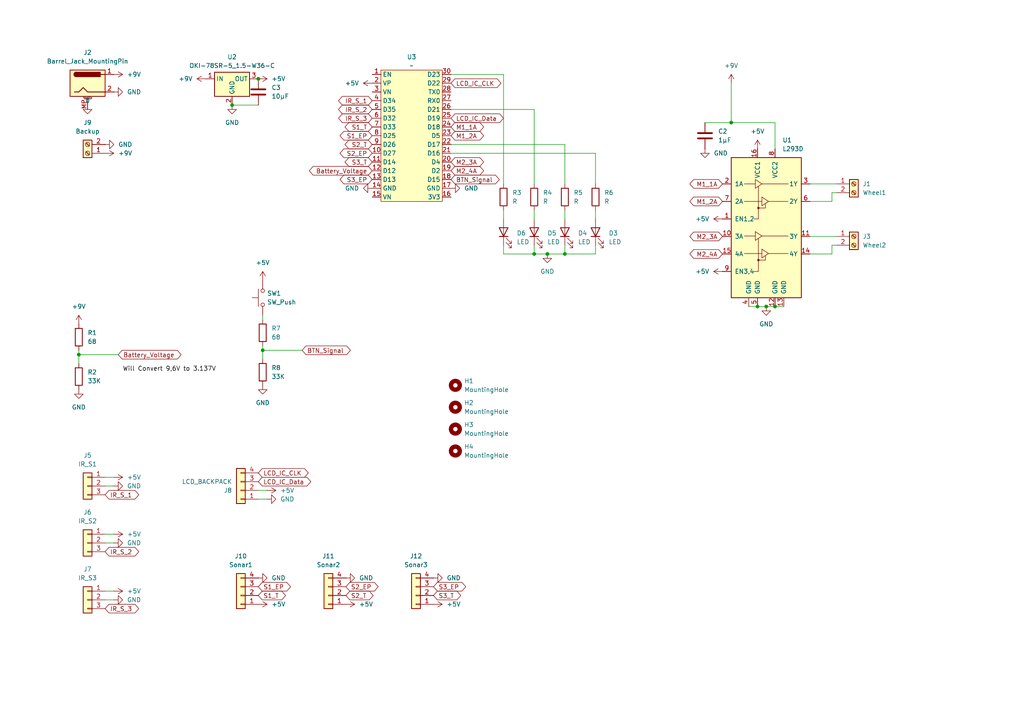
<source format=kicad_sch>
(kicad_sch
	(version 20250114)
	(generator "eeschema")
	(generator_version "9.0")
	(uuid "fed3d732-db17-4e65-b9e8-4dd83e53df36")
	(paper "A4")
	(lib_symbols
		(symbol "Connector:Barrel_Jack_MountingPin"
			(pin_names
				(hide yes)
			)
			(exclude_from_sim no)
			(in_bom yes)
			(on_board yes)
			(property "Reference" "J"
				(at 0 5.334 0)
				(effects
					(font
						(size 1.27 1.27)
					)
				)
			)
			(property "Value" "Barrel_Jack_MountingPin"
				(at 1.27 -6.35 0)
				(effects
					(font
						(size 1.27 1.27)
					)
					(justify left)
				)
			)
			(property "Footprint" ""
				(at 1.27 -1.016 0)
				(effects
					(font
						(size 1.27 1.27)
					)
					(hide yes)
				)
			)
			(property "Datasheet" "~"
				(at 1.27 -1.016 0)
				(effects
					(font
						(size 1.27 1.27)
					)
					(hide yes)
				)
			)
			(property "Description" "DC Barrel Jack with a mounting pin"
				(at 0 0 0)
				(effects
					(font
						(size 1.27 1.27)
					)
					(hide yes)
				)
			)
			(property "ki_keywords" "DC power barrel jack connector"
				(at 0 0 0)
				(effects
					(font
						(size 1.27 1.27)
					)
					(hide yes)
				)
			)
			(property "ki_fp_filters" "BarrelJack*"
				(at 0 0 0)
				(effects
					(font
						(size 1.27 1.27)
					)
					(hide yes)
				)
			)
			(symbol "Barrel_Jack_MountingPin_0_1"
				(rectangle
					(start -5.08 3.81)
					(end 5.08 -3.81)
					(stroke
						(width 0.254)
						(type default)
					)
					(fill
						(type background)
					)
				)
				(polyline
					(pts
						(xy -3.81 -2.54) (xy -2.54 -2.54) (xy -1.27 -1.27) (xy 0 -2.54) (xy 2.54 -2.54) (xy 5.08 -2.54)
					)
					(stroke
						(width 0.254)
						(type default)
					)
					(fill
						(type none)
					)
				)
				(arc
					(start -3.302 1.905)
					(mid -3.9343 2.54)
					(end -3.302 3.175)
					(stroke
						(width 0.254)
						(type default)
					)
					(fill
						(type none)
					)
				)
				(arc
					(start -3.302 1.905)
					(mid -3.9343 2.54)
					(end -3.302 3.175)
					(stroke
						(width 0.254)
						(type default)
					)
					(fill
						(type outline)
					)
				)
				(rectangle
					(start 3.683 3.175)
					(end -3.302 1.905)
					(stroke
						(width 0.254)
						(type default)
					)
					(fill
						(type outline)
					)
				)
				(polyline
					(pts
						(xy 5.08 2.54) (xy 3.81 2.54)
					)
					(stroke
						(width 0.254)
						(type default)
					)
					(fill
						(type none)
					)
				)
			)
			(symbol "Barrel_Jack_MountingPin_1_1"
				(polyline
					(pts
						(xy -1.016 -4.572) (xy 1.016 -4.572)
					)
					(stroke
						(width 0.1524)
						(type default)
					)
					(fill
						(type none)
					)
				)
				(text "Mounting"
					(at 0 -4.191 0)
					(effects
						(font
							(size 0.381 0.381)
						)
					)
				)
				(pin passive line
					(at 0 -7.62 90)
					(length 3.048)
					(name "MountPin"
						(effects
							(font
								(size 1.27 1.27)
							)
						)
					)
					(number "MP"
						(effects
							(font
								(size 1.27 1.27)
							)
						)
					)
				)
				(pin passive line
					(at 7.62 2.54 180)
					(length 2.54)
					(name "~"
						(effects
							(font
								(size 1.27 1.27)
							)
						)
					)
					(number "1"
						(effects
							(font
								(size 1.27 1.27)
							)
						)
					)
				)
				(pin passive line
					(at 7.62 -2.54 180)
					(length 2.54)
					(name "~"
						(effects
							(font
								(size 1.27 1.27)
							)
						)
					)
					(number "2"
						(effects
							(font
								(size 1.27 1.27)
							)
						)
					)
				)
			)
			(embedded_fonts no)
		)
		(symbol "Connector:Screw_Terminal_01x02"
			(pin_names
				(offset 1.016)
				(hide yes)
			)
			(exclude_from_sim no)
			(in_bom yes)
			(on_board yes)
			(property "Reference" "J"
				(at 0 2.54 0)
				(effects
					(font
						(size 1.27 1.27)
					)
				)
			)
			(property "Value" "Screw_Terminal_01x02"
				(at 0 -5.08 0)
				(effects
					(font
						(size 1.27 1.27)
					)
				)
			)
			(property "Footprint" ""
				(at 0 0 0)
				(effects
					(font
						(size 1.27 1.27)
					)
					(hide yes)
				)
			)
			(property "Datasheet" "~"
				(at 0 0 0)
				(effects
					(font
						(size 1.27 1.27)
					)
					(hide yes)
				)
			)
			(property "Description" "Generic screw terminal, single row, 01x02, script generated (kicad-library-utils/schlib/autogen/connector/)"
				(at 0 0 0)
				(effects
					(font
						(size 1.27 1.27)
					)
					(hide yes)
				)
			)
			(property "ki_keywords" "screw terminal"
				(at 0 0 0)
				(effects
					(font
						(size 1.27 1.27)
					)
					(hide yes)
				)
			)
			(property "ki_fp_filters" "TerminalBlock*:*"
				(at 0 0 0)
				(effects
					(font
						(size 1.27 1.27)
					)
					(hide yes)
				)
			)
			(symbol "Screw_Terminal_01x02_1_1"
				(rectangle
					(start -1.27 1.27)
					(end 1.27 -3.81)
					(stroke
						(width 0.254)
						(type default)
					)
					(fill
						(type background)
					)
				)
				(polyline
					(pts
						(xy -0.5334 0.3302) (xy 0.3302 -0.508)
					)
					(stroke
						(width 0.1524)
						(type default)
					)
					(fill
						(type none)
					)
				)
				(polyline
					(pts
						(xy -0.5334 -2.2098) (xy 0.3302 -3.048)
					)
					(stroke
						(width 0.1524)
						(type default)
					)
					(fill
						(type none)
					)
				)
				(polyline
					(pts
						(xy -0.3556 0.508) (xy 0.508 -0.3302)
					)
					(stroke
						(width 0.1524)
						(type default)
					)
					(fill
						(type none)
					)
				)
				(polyline
					(pts
						(xy -0.3556 -2.032) (xy 0.508 -2.8702)
					)
					(stroke
						(width 0.1524)
						(type default)
					)
					(fill
						(type none)
					)
				)
				(circle
					(center 0 0)
					(radius 0.635)
					(stroke
						(width 0.1524)
						(type default)
					)
					(fill
						(type none)
					)
				)
				(circle
					(center 0 -2.54)
					(radius 0.635)
					(stroke
						(width 0.1524)
						(type default)
					)
					(fill
						(type none)
					)
				)
				(pin passive line
					(at -5.08 0 0)
					(length 3.81)
					(name "Pin_1"
						(effects
							(font
								(size 1.27 1.27)
							)
						)
					)
					(number "1"
						(effects
							(font
								(size 1.27 1.27)
							)
						)
					)
				)
				(pin passive line
					(at -5.08 -2.54 0)
					(length 3.81)
					(name "Pin_2"
						(effects
							(font
								(size 1.27 1.27)
							)
						)
					)
					(number "2"
						(effects
							(font
								(size 1.27 1.27)
							)
						)
					)
				)
			)
			(embedded_fonts no)
		)
		(symbol "Connector_Generic:Conn_01x03"
			(pin_names
				(offset 1.016)
				(hide yes)
			)
			(exclude_from_sim no)
			(in_bom yes)
			(on_board yes)
			(property "Reference" "J"
				(at 0 5.08 0)
				(effects
					(font
						(size 1.27 1.27)
					)
				)
			)
			(property "Value" "Conn_01x03"
				(at 0 -5.08 0)
				(effects
					(font
						(size 1.27 1.27)
					)
				)
			)
			(property "Footprint" ""
				(at 0 0 0)
				(effects
					(font
						(size 1.27 1.27)
					)
					(hide yes)
				)
			)
			(property "Datasheet" "~"
				(at 0 0 0)
				(effects
					(font
						(size 1.27 1.27)
					)
					(hide yes)
				)
			)
			(property "Description" "Generic connector, single row, 01x03, script generated (kicad-library-utils/schlib/autogen/connector/)"
				(at 0 0 0)
				(effects
					(font
						(size 1.27 1.27)
					)
					(hide yes)
				)
			)
			(property "ki_keywords" "connector"
				(at 0 0 0)
				(effects
					(font
						(size 1.27 1.27)
					)
					(hide yes)
				)
			)
			(property "ki_fp_filters" "Connector*:*_1x??_*"
				(at 0 0 0)
				(effects
					(font
						(size 1.27 1.27)
					)
					(hide yes)
				)
			)
			(symbol "Conn_01x03_1_1"
				(rectangle
					(start -1.27 3.81)
					(end 1.27 -3.81)
					(stroke
						(width 0.254)
						(type default)
					)
					(fill
						(type background)
					)
				)
				(rectangle
					(start -1.27 2.667)
					(end 0 2.413)
					(stroke
						(width 0.1524)
						(type default)
					)
					(fill
						(type none)
					)
				)
				(rectangle
					(start -1.27 0.127)
					(end 0 -0.127)
					(stroke
						(width 0.1524)
						(type default)
					)
					(fill
						(type none)
					)
				)
				(rectangle
					(start -1.27 -2.413)
					(end 0 -2.667)
					(stroke
						(width 0.1524)
						(type default)
					)
					(fill
						(type none)
					)
				)
				(pin passive line
					(at -5.08 2.54 0)
					(length 3.81)
					(name "Pin_1"
						(effects
							(font
								(size 1.27 1.27)
							)
						)
					)
					(number "1"
						(effects
							(font
								(size 1.27 1.27)
							)
						)
					)
				)
				(pin passive line
					(at -5.08 0 0)
					(length 3.81)
					(name "Pin_2"
						(effects
							(font
								(size 1.27 1.27)
							)
						)
					)
					(number "2"
						(effects
							(font
								(size 1.27 1.27)
							)
						)
					)
				)
				(pin passive line
					(at -5.08 -2.54 0)
					(length 3.81)
					(name "Pin_3"
						(effects
							(font
								(size 1.27 1.27)
							)
						)
					)
					(number "3"
						(effects
							(font
								(size 1.27 1.27)
							)
						)
					)
				)
			)
			(embedded_fonts no)
		)
		(symbol "Connector_Generic:Conn_01x04"
			(pin_names
				(offset 1.016)
				(hide yes)
			)
			(exclude_from_sim no)
			(in_bom yes)
			(on_board yes)
			(property "Reference" "J"
				(at 0 5.08 0)
				(effects
					(font
						(size 1.27 1.27)
					)
				)
			)
			(property "Value" "Conn_01x04"
				(at 0 -7.62 0)
				(effects
					(font
						(size 1.27 1.27)
					)
				)
			)
			(property "Footprint" ""
				(at 0 0 0)
				(effects
					(font
						(size 1.27 1.27)
					)
					(hide yes)
				)
			)
			(property "Datasheet" "~"
				(at 0 0 0)
				(effects
					(font
						(size 1.27 1.27)
					)
					(hide yes)
				)
			)
			(property "Description" "Generic connector, single row, 01x04, script generated (kicad-library-utils/schlib/autogen/connector/)"
				(at 0 0 0)
				(effects
					(font
						(size 1.27 1.27)
					)
					(hide yes)
				)
			)
			(property "ki_keywords" "connector"
				(at 0 0 0)
				(effects
					(font
						(size 1.27 1.27)
					)
					(hide yes)
				)
			)
			(property "ki_fp_filters" "Connector*:*_1x??_*"
				(at 0 0 0)
				(effects
					(font
						(size 1.27 1.27)
					)
					(hide yes)
				)
			)
			(symbol "Conn_01x04_1_1"
				(rectangle
					(start -1.27 3.81)
					(end 1.27 -6.35)
					(stroke
						(width 0.254)
						(type default)
					)
					(fill
						(type background)
					)
				)
				(rectangle
					(start -1.27 2.667)
					(end 0 2.413)
					(stroke
						(width 0.1524)
						(type default)
					)
					(fill
						(type none)
					)
				)
				(rectangle
					(start -1.27 0.127)
					(end 0 -0.127)
					(stroke
						(width 0.1524)
						(type default)
					)
					(fill
						(type none)
					)
				)
				(rectangle
					(start -1.27 -2.413)
					(end 0 -2.667)
					(stroke
						(width 0.1524)
						(type default)
					)
					(fill
						(type none)
					)
				)
				(rectangle
					(start -1.27 -4.953)
					(end 0 -5.207)
					(stroke
						(width 0.1524)
						(type default)
					)
					(fill
						(type none)
					)
				)
				(pin passive line
					(at -5.08 2.54 0)
					(length 3.81)
					(name "Pin_1"
						(effects
							(font
								(size 1.27 1.27)
							)
						)
					)
					(number "1"
						(effects
							(font
								(size 1.27 1.27)
							)
						)
					)
				)
				(pin passive line
					(at -5.08 0 0)
					(length 3.81)
					(name "Pin_2"
						(effects
							(font
								(size 1.27 1.27)
							)
						)
					)
					(number "2"
						(effects
							(font
								(size 1.27 1.27)
							)
						)
					)
				)
				(pin passive line
					(at -5.08 -2.54 0)
					(length 3.81)
					(name "Pin_3"
						(effects
							(font
								(size 1.27 1.27)
							)
						)
					)
					(number "3"
						(effects
							(font
								(size 1.27 1.27)
							)
						)
					)
				)
				(pin passive line
					(at -5.08 -5.08 0)
					(length 3.81)
					(name "Pin_4"
						(effects
							(font
								(size 1.27 1.27)
							)
						)
					)
					(number "4"
						(effects
							(font
								(size 1.27 1.27)
							)
						)
					)
				)
			)
			(embedded_fonts no)
		)
		(symbol "Converter_DCDC:OKI-78SR-5_1.5-W36-C"
			(exclude_from_sim no)
			(in_bom yes)
			(on_board yes)
			(property "Reference" "U"
				(at -3.81 3.175 0)
				(effects
					(font
						(size 1.27 1.27)
					)
				)
			)
			(property "Value" "OKI-78SR-5_1.5-W36-C"
				(at 0 3.175 0)
				(effects
					(font
						(size 1.27 1.27)
					)
					(justify left)
				)
			)
			(property "Footprint" "Converter_DCDC:Converter_DCDC_Murata_OKI-78SR_Vertical"
				(at 1.27 -6.35 0)
				(effects
					(font
						(size 1.27 1.27)
						(italic yes)
					)
					(justify left)
					(hide yes)
				)
			)
			(property "Datasheet" "https://power.murata.com/data/power/oki-78sr.pdf"
				(at 0 0 0)
				(effects
					(font
						(size 1.27 1.27)
					)
					(hide yes)
				)
			)
			(property "Description" "1.5A Step-Down DC/DC-Regulator, 7-36V input, 5V fixed Output Voltage, LM78xx replacement, -40°C to +85°C, OKI-78SR_Vertical"
				(at 0 0 0)
				(effects
					(font
						(size 1.27 1.27)
					)
					(hide yes)
				)
			)
			(property "ki_keywords" "dc-dc murata Step-Down DC/DC-Regulator"
				(at 0 0 0)
				(effects
					(font
						(size 1.27 1.27)
					)
					(hide yes)
				)
			)
			(property "ki_fp_filters" "Converter*DCDC*Murata*OKI*78SR*Vertical*"
				(at 0 0 0)
				(effects
					(font
						(size 1.27 1.27)
					)
					(hide yes)
				)
			)
			(symbol "OKI-78SR-5_1.5-W36-C_0_1"
				(rectangle
					(start -5.08 1.905)
					(end 5.08 -5.08)
					(stroke
						(width 0.254)
						(type default)
					)
					(fill
						(type background)
					)
				)
			)
			(symbol "OKI-78SR-5_1.5-W36-C_1_1"
				(pin power_in line
					(at -7.62 0 0)
					(length 2.54)
					(name "IN"
						(effects
							(font
								(size 1.27 1.27)
							)
						)
					)
					(number "1"
						(effects
							(font
								(size 1.27 1.27)
							)
						)
					)
				)
				(pin power_in line
					(at 0 -7.62 90)
					(length 2.54)
					(name "GND"
						(effects
							(font
								(size 1.27 1.27)
							)
						)
					)
					(number "2"
						(effects
							(font
								(size 1.27 1.27)
							)
						)
					)
				)
				(pin power_out line
					(at 7.62 0 180)
					(length 2.54)
					(name "OUT"
						(effects
							(font
								(size 1.27 1.27)
							)
						)
					)
					(number "3"
						(effects
							(font
								(size 1.27 1.27)
							)
						)
					)
				)
			)
			(embedded_fonts no)
		)
		(symbol "Device:C"
			(pin_numbers
				(hide yes)
			)
			(pin_names
				(offset 0.254)
			)
			(exclude_from_sim no)
			(in_bom yes)
			(on_board yes)
			(property "Reference" "C"
				(at 0.635 2.54 0)
				(effects
					(font
						(size 1.27 1.27)
					)
					(justify left)
				)
			)
			(property "Value" "C"
				(at 0.635 -2.54 0)
				(effects
					(font
						(size 1.27 1.27)
					)
					(justify left)
				)
			)
			(property "Footprint" ""
				(at 0.9652 -3.81 0)
				(effects
					(font
						(size 1.27 1.27)
					)
					(hide yes)
				)
			)
			(property "Datasheet" "~"
				(at 0 0 0)
				(effects
					(font
						(size 1.27 1.27)
					)
					(hide yes)
				)
			)
			(property "Description" "Unpolarized capacitor"
				(at 0 0 0)
				(effects
					(font
						(size 1.27 1.27)
					)
					(hide yes)
				)
			)
			(property "ki_keywords" "cap capacitor"
				(at 0 0 0)
				(effects
					(font
						(size 1.27 1.27)
					)
					(hide yes)
				)
			)
			(property "ki_fp_filters" "C_*"
				(at 0 0 0)
				(effects
					(font
						(size 1.27 1.27)
					)
					(hide yes)
				)
			)
			(symbol "C_0_1"
				(polyline
					(pts
						(xy -2.032 0.762) (xy 2.032 0.762)
					)
					(stroke
						(width 0.508)
						(type default)
					)
					(fill
						(type none)
					)
				)
				(polyline
					(pts
						(xy -2.032 -0.762) (xy 2.032 -0.762)
					)
					(stroke
						(width 0.508)
						(type default)
					)
					(fill
						(type none)
					)
				)
			)
			(symbol "C_1_1"
				(pin passive line
					(at 0 3.81 270)
					(length 2.794)
					(name "~"
						(effects
							(font
								(size 1.27 1.27)
							)
						)
					)
					(number "1"
						(effects
							(font
								(size 1.27 1.27)
							)
						)
					)
				)
				(pin passive line
					(at 0 -3.81 90)
					(length 2.794)
					(name "~"
						(effects
							(font
								(size 1.27 1.27)
							)
						)
					)
					(number "2"
						(effects
							(font
								(size 1.27 1.27)
							)
						)
					)
				)
			)
			(embedded_fonts no)
		)
		(symbol "Device:LED"
			(pin_numbers
				(hide yes)
			)
			(pin_names
				(offset 1.016)
				(hide yes)
			)
			(exclude_from_sim no)
			(in_bom yes)
			(on_board yes)
			(property "Reference" "D"
				(at 0 2.54 0)
				(effects
					(font
						(size 1.27 1.27)
					)
				)
			)
			(property "Value" "LED"
				(at 0 -2.54 0)
				(effects
					(font
						(size 1.27 1.27)
					)
				)
			)
			(property "Footprint" ""
				(at 0 0 0)
				(effects
					(font
						(size 1.27 1.27)
					)
					(hide yes)
				)
			)
			(property "Datasheet" "~"
				(at 0 0 0)
				(effects
					(font
						(size 1.27 1.27)
					)
					(hide yes)
				)
			)
			(property "Description" "Light emitting diode"
				(at 0 0 0)
				(effects
					(font
						(size 1.27 1.27)
					)
					(hide yes)
				)
			)
			(property "Sim.Pins" "1=K 2=A"
				(at 0 0 0)
				(effects
					(font
						(size 1.27 1.27)
					)
					(hide yes)
				)
			)
			(property "ki_keywords" "LED diode"
				(at 0 0 0)
				(effects
					(font
						(size 1.27 1.27)
					)
					(hide yes)
				)
			)
			(property "ki_fp_filters" "LED* LED_SMD:* LED_THT:*"
				(at 0 0 0)
				(effects
					(font
						(size 1.27 1.27)
					)
					(hide yes)
				)
			)
			(symbol "LED_0_1"
				(polyline
					(pts
						(xy -3.048 -0.762) (xy -4.572 -2.286) (xy -3.81 -2.286) (xy -4.572 -2.286) (xy -4.572 -1.524)
					)
					(stroke
						(width 0)
						(type default)
					)
					(fill
						(type none)
					)
				)
				(polyline
					(pts
						(xy -1.778 -0.762) (xy -3.302 -2.286) (xy -2.54 -2.286) (xy -3.302 -2.286) (xy -3.302 -1.524)
					)
					(stroke
						(width 0)
						(type default)
					)
					(fill
						(type none)
					)
				)
				(polyline
					(pts
						(xy -1.27 0) (xy 1.27 0)
					)
					(stroke
						(width 0)
						(type default)
					)
					(fill
						(type none)
					)
				)
				(polyline
					(pts
						(xy -1.27 -1.27) (xy -1.27 1.27)
					)
					(stroke
						(width 0.254)
						(type default)
					)
					(fill
						(type none)
					)
				)
				(polyline
					(pts
						(xy 1.27 -1.27) (xy 1.27 1.27) (xy -1.27 0) (xy 1.27 -1.27)
					)
					(stroke
						(width 0.254)
						(type default)
					)
					(fill
						(type none)
					)
				)
			)
			(symbol "LED_1_1"
				(pin passive line
					(at -3.81 0 0)
					(length 2.54)
					(name "K"
						(effects
							(font
								(size 1.27 1.27)
							)
						)
					)
					(number "1"
						(effects
							(font
								(size 1.27 1.27)
							)
						)
					)
				)
				(pin passive line
					(at 3.81 0 180)
					(length 2.54)
					(name "A"
						(effects
							(font
								(size 1.27 1.27)
							)
						)
					)
					(number "2"
						(effects
							(font
								(size 1.27 1.27)
							)
						)
					)
				)
			)
			(embedded_fonts no)
		)
		(symbol "Device:R"
			(pin_numbers
				(hide yes)
			)
			(pin_names
				(offset 0)
			)
			(exclude_from_sim no)
			(in_bom yes)
			(on_board yes)
			(property "Reference" "R"
				(at 2.032 0 90)
				(effects
					(font
						(size 1.27 1.27)
					)
				)
			)
			(property "Value" "R"
				(at 0 0 90)
				(effects
					(font
						(size 1.27 1.27)
					)
				)
			)
			(property "Footprint" ""
				(at -1.778 0 90)
				(effects
					(font
						(size 1.27 1.27)
					)
					(hide yes)
				)
			)
			(property "Datasheet" "~"
				(at 0 0 0)
				(effects
					(font
						(size 1.27 1.27)
					)
					(hide yes)
				)
			)
			(property "Description" "Resistor"
				(at 0 0 0)
				(effects
					(font
						(size 1.27 1.27)
					)
					(hide yes)
				)
			)
			(property "ki_keywords" "R res resistor"
				(at 0 0 0)
				(effects
					(font
						(size 1.27 1.27)
					)
					(hide yes)
				)
			)
			(property "ki_fp_filters" "R_*"
				(at 0 0 0)
				(effects
					(font
						(size 1.27 1.27)
					)
					(hide yes)
				)
			)
			(symbol "R_0_1"
				(rectangle
					(start -1.016 -2.54)
					(end 1.016 2.54)
					(stroke
						(width 0.254)
						(type default)
					)
					(fill
						(type none)
					)
				)
			)
			(symbol "R_1_1"
				(pin passive line
					(at 0 3.81 270)
					(length 1.27)
					(name "~"
						(effects
							(font
								(size 1.27 1.27)
							)
						)
					)
					(number "1"
						(effects
							(font
								(size 1.27 1.27)
							)
						)
					)
				)
				(pin passive line
					(at 0 -3.81 90)
					(length 1.27)
					(name "~"
						(effects
							(font
								(size 1.27 1.27)
							)
						)
					)
					(number "2"
						(effects
							(font
								(size 1.27 1.27)
							)
						)
					)
				)
			)
			(embedded_fonts no)
		)
		(symbol "Driver_Motor:L293D"
			(pin_names
				(offset 1.016)
			)
			(exclude_from_sim no)
			(in_bom yes)
			(on_board yes)
			(property "Reference" "U"
				(at -5.08 26.035 0)
				(effects
					(font
						(size 1.27 1.27)
					)
					(justify right)
				)
			)
			(property "Value" "L293D"
				(at -5.08 24.13 0)
				(effects
					(font
						(size 1.27 1.27)
					)
					(justify right)
				)
			)
			(property "Footprint" "Package_DIP:DIP-16_W7.62mm"
				(at 6.35 -19.05 0)
				(effects
					(font
						(size 1.27 1.27)
					)
					(justify left)
					(hide yes)
				)
			)
			(property "Datasheet" "http://www.ti.com/lit/ds/symlink/l293.pdf"
				(at -7.62 17.78 0)
				(effects
					(font
						(size 1.27 1.27)
					)
					(hide yes)
				)
			)
			(property "Description" "Quadruple Half-H Drivers"
				(at 0 0 0)
				(effects
					(font
						(size 1.27 1.27)
					)
					(hide yes)
				)
			)
			(property "ki_keywords" "Half-H Driver Motor"
				(at 0 0 0)
				(effects
					(font
						(size 1.27 1.27)
					)
					(hide yes)
				)
			)
			(property "ki_fp_filters" "DIP*W7.62mm*"
				(at 0 0 0)
				(effects
					(font
						(size 1.27 1.27)
					)
					(hide yes)
				)
			)
			(symbol "L293D_0_1"
				(rectangle
					(start -10.16 22.86)
					(end 10.16 -17.78)
					(stroke
						(width 0.254)
						(type default)
					)
					(fill
						(type background)
					)
				)
				(polyline
					(pts
						(xy -6.35 15.24) (xy -3.175 15.24)
					)
					(stroke
						(width 0)
						(type default)
					)
					(fill
						(type none)
					)
				)
				(polyline
					(pts
						(xy -6.35 10.16) (xy -1.27 10.16)
					)
					(stroke
						(width 0)
						(type default)
					)
					(fill
						(type none)
					)
				)
				(polyline
					(pts
						(xy -6.35 0.127) (xy -3.175 0.127)
					)
					(stroke
						(width 0)
						(type default)
					)
					(fill
						(type none)
					)
				)
				(polyline
					(pts
						(xy -6.35 -4.953) (xy -1.27 -4.953)
					)
					(stroke
						(width 0)
						(type default)
					)
					(fill
						(type none)
					)
				)
				(polyline
					(pts
						(xy -3.175 16.51) (xy -3.175 13.97) (xy -1.27 15.24) (xy -3.175 16.51)
					)
					(stroke
						(width 0)
						(type default)
					)
					(fill
						(type none)
					)
				)
				(polyline
					(pts
						(xy -3.175 1.397) (xy -3.175 -1.143) (xy -1.27 0.127) (xy -3.175 1.397)
					)
					(stroke
						(width 0)
						(type default)
					)
					(fill
						(type none)
					)
				)
				(polyline
					(pts
						(xy -2.286 14.478) (xy -2.286 5.08) (xy -3.556 5.08)
					)
					(stroke
						(width 0)
						(type default)
					)
					(fill
						(type none)
					)
				)
				(circle
					(center -2.286 8.255)
					(radius 0.254)
					(stroke
						(width 0)
						(type default)
					)
					(fill
						(type outline)
					)
				)
				(polyline
					(pts
						(xy -2.286 8.255) (xy -0.254 8.255) (xy -0.254 9.525)
					)
					(stroke
						(width 0)
						(type default)
					)
					(fill
						(type none)
					)
				)
				(polyline
					(pts
						(xy -2.286 -0.635) (xy -2.286 -10.16) (xy -3.556 -10.16)
					)
					(stroke
						(width 0)
						(type default)
					)
					(fill
						(type none)
					)
				)
				(circle
					(center -2.286 -6.858)
					(radius 0.254)
					(stroke
						(width 0)
						(type default)
					)
					(fill
						(type outline)
					)
				)
				(polyline
					(pts
						(xy -2.286 -6.858) (xy -0.254 -6.858) (xy -0.254 -5.588)
					)
					(stroke
						(width 0)
						(type default)
					)
					(fill
						(type none)
					)
				)
				(polyline
					(pts
						(xy -1.27 15.24) (xy 6.35 15.24)
					)
					(stroke
						(width 0)
						(type default)
					)
					(fill
						(type none)
					)
				)
				(polyline
					(pts
						(xy -1.27 11.43) (xy -1.27 8.89) (xy 0.635 10.16) (xy -1.27 11.43)
					)
					(stroke
						(width 0)
						(type default)
					)
					(fill
						(type none)
					)
				)
				(polyline
					(pts
						(xy -1.27 0.127) (xy 6.35 0.127)
					)
					(stroke
						(width 0)
						(type default)
					)
					(fill
						(type none)
					)
				)
				(polyline
					(pts
						(xy -1.27 -3.683) (xy -1.27 -6.223) (xy 0.635 -4.953) (xy -1.27 -3.683)
					)
					(stroke
						(width 0)
						(type default)
					)
					(fill
						(type none)
					)
				)
				(polyline
					(pts
						(xy 0.635 10.16) (xy 6.35 10.16)
					)
					(stroke
						(width 0)
						(type default)
					)
					(fill
						(type none)
					)
				)
				(polyline
					(pts
						(xy 0.635 -4.953) (xy 6.35 -4.953)
					)
					(stroke
						(width 0)
						(type default)
					)
					(fill
						(type none)
					)
				)
			)
			(symbol "L293D_1_1"
				(pin input line
					(at -12.7 15.24 0)
					(length 2.54)
					(name "1A"
						(effects
							(font
								(size 1.27 1.27)
							)
						)
					)
					(number "2"
						(effects
							(font
								(size 1.27 1.27)
							)
						)
					)
				)
				(pin input line
					(at -12.7 10.16 0)
					(length 2.54)
					(name "2A"
						(effects
							(font
								(size 1.27 1.27)
							)
						)
					)
					(number "7"
						(effects
							(font
								(size 1.27 1.27)
							)
						)
					)
				)
				(pin input line
					(at -12.7 5.08 0)
					(length 2.54)
					(name "EN1,2"
						(effects
							(font
								(size 1.27 1.27)
							)
						)
					)
					(number "1"
						(effects
							(font
								(size 1.27 1.27)
							)
						)
					)
				)
				(pin input line
					(at -12.7 0 0)
					(length 2.54)
					(name "3A"
						(effects
							(font
								(size 1.27 1.27)
							)
						)
					)
					(number "10"
						(effects
							(font
								(size 1.27 1.27)
							)
						)
					)
				)
				(pin input line
					(at -12.7 -5.08 0)
					(length 2.54)
					(name "4A"
						(effects
							(font
								(size 1.27 1.27)
							)
						)
					)
					(number "15"
						(effects
							(font
								(size 1.27 1.27)
							)
						)
					)
				)
				(pin input line
					(at -12.7 -10.16 0)
					(length 2.54)
					(name "EN3,4"
						(effects
							(font
								(size 1.27 1.27)
							)
						)
					)
					(number "9"
						(effects
							(font
								(size 1.27 1.27)
							)
						)
					)
				)
				(pin power_in line
					(at -5.08 -20.32 90)
					(length 2.54)
					(name "GND"
						(effects
							(font
								(size 1.27 1.27)
							)
						)
					)
					(number "4"
						(effects
							(font
								(size 1.27 1.27)
							)
						)
					)
				)
				(pin power_in line
					(at -2.54 25.4 270)
					(length 2.54)
					(name "VCC1"
						(effects
							(font
								(size 1.27 1.27)
							)
						)
					)
					(number "16"
						(effects
							(font
								(size 1.27 1.27)
							)
						)
					)
				)
				(pin power_in line
					(at -2.54 -20.32 90)
					(length 2.54)
					(name "GND"
						(effects
							(font
								(size 1.27 1.27)
							)
						)
					)
					(number "5"
						(effects
							(font
								(size 1.27 1.27)
							)
						)
					)
				)
				(pin power_in line
					(at 2.54 25.4 270)
					(length 2.54)
					(name "VCC2"
						(effects
							(font
								(size 1.27 1.27)
							)
						)
					)
					(number "8"
						(effects
							(font
								(size 1.27 1.27)
							)
						)
					)
				)
				(pin power_in line
					(at 2.54 -20.32 90)
					(length 2.54)
					(name "GND"
						(effects
							(font
								(size 1.27 1.27)
							)
						)
					)
					(number "12"
						(effects
							(font
								(size 1.27 1.27)
							)
						)
					)
				)
				(pin power_in line
					(at 5.08 -20.32 90)
					(length 2.54)
					(name "GND"
						(effects
							(font
								(size 1.27 1.27)
							)
						)
					)
					(number "13"
						(effects
							(font
								(size 1.27 1.27)
							)
						)
					)
				)
				(pin output line
					(at 12.7 15.24 180)
					(length 2.54)
					(name "1Y"
						(effects
							(font
								(size 1.27 1.27)
							)
						)
					)
					(number "3"
						(effects
							(font
								(size 1.27 1.27)
							)
						)
					)
				)
				(pin output line
					(at 12.7 10.16 180)
					(length 2.54)
					(name "2Y"
						(effects
							(font
								(size 1.27 1.27)
							)
						)
					)
					(number "6"
						(effects
							(font
								(size 1.27 1.27)
							)
						)
					)
				)
				(pin output line
					(at 12.7 0 180)
					(length 2.54)
					(name "3Y"
						(effects
							(font
								(size 1.27 1.27)
							)
						)
					)
					(number "11"
						(effects
							(font
								(size 1.27 1.27)
							)
						)
					)
				)
				(pin output line
					(at 12.7 -5.08 180)
					(length 2.54)
					(name "4Y"
						(effects
							(font
								(size 1.27 1.27)
							)
						)
					)
					(number "14"
						(effects
							(font
								(size 1.27 1.27)
							)
						)
					)
				)
			)
			(embedded_fonts no)
		)
		(symbol "ESP_PINOUT_ZAID:NodeMCU-ESP32"
			(exclude_from_sim no)
			(in_bom yes)
			(on_board yes)
			(property "Reference" "U"
				(at 1.016 -3.302 0)
				(effects
					(font
						(size 1.27 1.27)
					)
				)
			)
			(property "Value" ""
				(at 0 0 0)
				(effects
					(font
						(size 1.27 1.27)
					)
				)
			)
			(property "Footprint" ""
				(at 0 0 0)
				(effects
					(font
						(size 1.27 1.27)
					)
					(hide yes)
				)
			)
			(property "Datasheet" ""
				(at 0 0 0)
				(effects
					(font
						(size 1.27 1.27)
					)
					(hide yes)
				)
			)
			(property "Description" ""
				(at 0 0 0)
				(effects
					(font
						(size 1.27 1.27)
					)
					(hide yes)
				)
			)
			(symbol "NodeMCU-ESP32_1_1"
				(rectangle
					(start 0 -5.08)
					(end 17.78 -43.18)
					(stroke
						(width 0)
						(type solid)
					)
					(fill
						(type background)
					)
				)
				(pin free line
					(at -2.54 -6.35 0)
					(length 2.54)
					(name "EN"
						(effects
							(font
								(size 1.27 1.27)
							)
						)
					)
					(number "1"
						(effects
							(font
								(size 1.27 1.27)
							)
						)
					)
				)
				(pin free line
					(at -2.54 -8.89 0)
					(length 2.54)
					(name "VP"
						(effects
							(font
								(size 1.27 1.27)
							)
						)
					)
					(number "2"
						(effects
							(font
								(size 1.27 1.27)
							)
						)
					)
				)
				(pin free line
					(at -2.54 -11.43 0)
					(length 2.54)
					(name "VN"
						(effects
							(font
								(size 1.27 1.27)
							)
						)
					)
					(number "3"
						(effects
							(font
								(size 1.27 1.27)
							)
						)
					)
				)
				(pin free line
					(at -2.54 -13.97 0)
					(length 2.54)
					(name "D34"
						(effects
							(font
								(size 1.27 1.27)
							)
						)
					)
					(number "4"
						(effects
							(font
								(size 1.27 1.27)
							)
						)
					)
				)
				(pin free line
					(at -2.54 -16.51 0)
					(length 2.54)
					(name "D35"
						(effects
							(font
								(size 1.27 1.27)
							)
						)
					)
					(number "5"
						(effects
							(font
								(size 1.27 1.27)
							)
						)
					)
				)
				(pin free line
					(at -2.54 -19.05 0)
					(length 2.54)
					(name "D32"
						(effects
							(font
								(size 1.27 1.27)
							)
						)
					)
					(number "6"
						(effects
							(font
								(size 1.27 1.27)
							)
						)
					)
				)
				(pin free line
					(at -2.54 -21.59 0)
					(length 2.54)
					(name "D33"
						(effects
							(font
								(size 1.27 1.27)
							)
						)
					)
					(number "7"
						(effects
							(font
								(size 1.27 1.27)
							)
						)
					)
				)
				(pin free line
					(at -2.54 -24.13 0)
					(length 2.54)
					(name "D25"
						(effects
							(font
								(size 1.27 1.27)
							)
						)
					)
					(number "8"
						(effects
							(font
								(size 1.27 1.27)
							)
						)
					)
				)
				(pin free line
					(at -2.54 -26.67 0)
					(length 2.54)
					(name "D26"
						(effects
							(font
								(size 1.27 1.27)
							)
						)
					)
					(number "9"
						(effects
							(font
								(size 1.27 1.27)
							)
						)
					)
				)
				(pin free line
					(at -2.54 -29.21 0)
					(length 2.54)
					(name "D27"
						(effects
							(font
								(size 1.27 1.27)
							)
						)
					)
					(number "10"
						(effects
							(font
								(size 1.27 1.27)
							)
						)
					)
				)
				(pin free line
					(at -2.54 -31.75 0)
					(length 2.54)
					(name "D14"
						(effects
							(font
								(size 1.27 1.27)
							)
						)
					)
					(number "11"
						(effects
							(font
								(size 1.27 1.27)
							)
						)
					)
				)
				(pin free line
					(at -2.54 -34.29 0)
					(length 2.54)
					(name "D12"
						(effects
							(font
								(size 1.27 1.27)
							)
						)
					)
					(number "12"
						(effects
							(font
								(size 1.27 1.27)
							)
						)
					)
				)
				(pin free line
					(at -2.54 -36.83 0)
					(length 2.54)
					(name "D13"
						(effects
							(font
								(size 1.27 1.27)
							)
						)
					)
					(number "13"
						(effects
							(font
								(size 1.27 1.27)
							)
						)
					)
				)
				(pin free line
					(at -2.54 -39.37 0)
					(length 2.54)
					(name "GND"
						(effects
							(font
								(size 1.27 1.27)
							)
						)
					)
					(number "14"
						(effects
							(font
								(size 1.27 1.27)
							)
						)
					)
				)
				(pin free line
					(at -2.54 -41.91 0)
					(length 2.54)
					(name "VN"
						(effects
							(font
								(size 1.27 1.27)
							)
						)
					)
					(number "15"
						(effects
							(font
								(size 1.27 1.27)
							)
						)
					)
				)
				(pin free line
					(at 20.32 -6.35 180)
					(length 2.54)
					(name "D23"
						(effects
							(font
								(size 1.27 1.27)
							)
						)
					)
					(number "30"
						(effects
							(font
								(size 1.27 1.27)
							)
						)
					)
				)
				(pin free line
					(at 20.32 -8.89 180)
					(length 2.54)
					(name "D22"
						(effects
							(font
								(size 1.27 1.27)
							)
						)
					)
					(number "29"
						(effects
							(font
								(size 1.27 1.27)
							)
						)
					)
				)
				(pin free line
					(at 20.32 -11.43 180)
					(length 2.54)
					(name "TX0"
						(effects
							(font
								(size 1.27 1.27)
							)
						)
					)
					(number "28"
						(effects
							(font
								(size 1.27 1.27)
							)
						)
					)
				)
				(pin free line
					(at 20.32 -13.97 180)
					(length 2.54)
					(name "RX0"
						(effects
							(font
								(size 1.27 1.27)
							)
						)
					)
					(number "27"
						(effects
							(font
								(size 1.27 1.27)
							)
						)
					)
				)
				(pin free line
					(at 20.32 -16.51 180)
					(length 2.54)
					(name "D21"
						(effects
							(font
								(size 1.27 1.27)
							)
						)
					)
					(number "26"
						(effects
							(font
								(size 1.27 1.27)
							)
						)
					)
				)
				(pin free line
					(at 20.32 -19.05 180)
					(length 2.54)
					(name "D19"
						(effects
							(font
								(size 1.27 1.27)
							)
						)
					)
					(number "25"
						(effects
							(font
								(size 1.27 1.27)
							)
						)
					)
				)
				(pin free line
					(at 20.32 -21.59 180)
					(length 2.54)
					(name "D18"
						(effects
							(font
								(size 1.27 1.27)
							)
						)
					)
					(number "24"
						(effects
							(font
								(size 1.27 1.27)
							)
						)
					)
				)
				(pin free line
					(at 20.32 -24.13 180)
					(length 2.54)
					(name "D5"
						(effects
							(font
								(size 1.27 1.27)
							)
						)
					)
					(number "23"
						(effects
							(font
								(size 1.27 1.27)
							)
						)
					)
				)
				(pin free line
					(at 20.32 -26.67 180)
					(length 2.54)
					(name "D17"
						(effects
							(font
								(size 1.27 1.27)
							)
						)
					)
					(number "22"
						(effects
							(font
								(size 1.27 1.27)
							)
						)
					)
				)
				(pin free line
					(at 20.32 -29.21 180)
					(length 2.54)
					(name "D16"
						(effects
							(font
								(size 1.27 1.27)
							)
						)
					)
					(number "21"
						(effects
							(font
								(size 1.27 1.27)
							)
						)
					)
				)
				(pin free line
					(at 20.32 -31.75 180)
					(length 2.54)
					(name "D4"
						(effects
							(font
								(size 1.27 1.27)
							)
						)
					)
					(number "20"
						(effects
							(font
								(size 1.27 1.27)
							)
						)
					)
				)
				(pin free line
					(at 20.32 -34.29 180)
					(length 2.54)
					(name "D2"
						(effects
							(font
								(size 1.27 1.27)
							)
						)
					)
					(number "19"
						(effects
							(font
								(size 1.27 1.27)
							)
						)
					)
				)
				(pin free line
					(at 20.32 -36.83 180)
					(length 2.54)
					(name "D15"
						(effects
							(font
								(size 1.27 1.27)
							)
						)
					)
					(number "18"
						(effects
							(font
								(size 1.27 1.27)
							)
						)
					)
				)
				(pin free line
					(at 20.32 -39.37 180)
					(length 2.54)
					(name "GND"
						(effects
							(font
								(size 1.27 1.27)
							)
						)
					)
					(number "17"
						(effects
							(font
								(size 1.27 1.27)
							)
						)
					)
				)
				(pin free line
					(at 20.32 -41.91 180)
					(length 2.54)
					(name "3V3"
						(effects
							(font
								(size 1.27 1.27)
							)
						)
					)
					(number "16"
						(effects
							(font
								(size 1.27 1.27)
							)
						)
					)
				)
			)
			(embedded_fonts no)
		)
		(symbol "Mechanical:MountingHole"
			(pin_names
				(offset 1.016)
			)
			(exclude_from_sim no)
			(in_bom no)
			(on_board yes)
			(property "Reference" "H"
				(at 0 5.08 0)
				(effects
					(font
						(size 1.27 1.27)
					)
				)
			)
			(property "Value" "MountingHole"
				(at 0 3.175 0)
				(effects
					(font
						(size 1.27 1.27)
					)
				)
			)
			(property "Footprint" ""
				(at 0 0 0)
				(effects
					(font
						(size 1.27 1.27)
					)
					(hide yes)
				)
			)
			(property "Datasheet" "~"
				(at 0 0 0)
				(effects
					(font
						(size 1.27 1.27)
					)
					(hide yes)
				)
			)
			(property "Description" "Mounting Hole without connection"
				(at 0 0 0)
				(effects
					(font
						(size 1.27 1.27)
					)
					(hide yes)
				)
			)
			(property "ki_keywords" "mounting hole"
				(at 0 0 0)
				(effects
					(font
						(size 1.27 1.27)
					)
					(hide yes)
				)
			)
			(property "ki_fp_filters" "MountingHole*"
				(at 0 0 0)
				(effects
					(font
						(size 1.27 1.27)
					)
					(hide yes)
				)
			)
			(symbol "MountingHole_0_1"
				(circle
					(center 0 0)
					(radius 1.27)
					(stroke
						(width 1.27)
						(type default)
					)
					(fill
						(type none)
					)
				)
			)
			(embedded_fonts no)
		)
		(symbol "Simulation_SPICE:0"
			(power)
			(pin_numbers
				(hide yes)
			)
			(pin_names
				(offset 0)
				(hide yes)
			)
			(exclude_from_sim no)
			(in_bom yes)
			(on_board yes)
			(property "Reference" "#GND"
				(at 0 -5.08 0)
				(effects
					(font
						(size 1.27 1.27)
					)
					(hide yes)
				)
			)
			(property "Value" "0"
				(at 0 -2.54 0)
				(effects
					(font
						(size 1.27 1.27)
					)
				)
			)
			(property "Footprint" ""
				(at 0 0 0)
				(effects
					(font
						(size 1.27 1.27)
					)
					(hide yes)
				)
			)
			(property "Datasheet" "https://ngspice.sourceforge.io/docs/ngspice-html-manual/manual.xhtml#subsec_Circuit_elements__device"
				(at 0 -10.16 0)
				(effects
					(font
						(size 1.27 1.27)
					)
					(hide yes)
				)
			)
			(property "Description" "0V reference potential for simulation"
				(at 0 -7.62 0)
				(effects
					(font
						(size 1.27 1.27)
					)
					(hide yes)
				)
			)
			(property "ki_keywords" "simulation"
				(at 0 0 0)
				(effects
					(font
						(size 1.27 1.27)
					)
					(hide yes)
				)
			)
			(symbol "0_0_1"
				(polyline
					(pts
						(xy -1.27 0) (xy 0 -1.27) (xy 1.27 0) (xy -1.27 0)
					)
					(stroke
						(width 0)
						(type default)
					)
					(fill
						(type none)
					)
				)
			)
			(symbol "0_1_1"
				(pin power_in line
					(at 0 0 0)
					(length 0)
					(name "~"
						(effects
							(font
								(size 1.016 1.016)
							)
						)
					)
					(number "1"
						(effects
							(font
								(size 1.016 1.016)
							)
						)
					)
				)
			)
			(embedded_fonts no)
		)
		(symbol "Switch:SW_Push"
			(pin_numbers
				(hide yes)
			)
			(pin_names
				(offset 1.016)
				(hide yes)
			)
			(exclude_from_sim no)
			(in_bom yes)
			(on_board yes)
			(property "Reference" "SW"
				(at 1.27 2.54 0)
				(effects
					(font
						(size 1.27 1.27)
					)
					(justify left)
				)
			)
			(property "Value" "SW_Push"
				(at 0 -1.524 0)
				(effects
					(font
						(size 1.27 1.27)
					)
				)
			)
			(property "Footprint" ""
				(at 0 5.08 0)
				(effects
					(font
						(size 1.27 1.27)
					)
					(hide yes)
				)
			)
			(property "Datasheet" "~"
				(at 0 5.08 0)
				(effects
					(font
						(size 1.27 1.27)
					)
					(hide yes)
				)
			)
			(property "Description" "Push button switch, generic, two pins"
				(at 0 0 0)
				(effects
					(font
						(size 1.27 1.27)
					)
					(hide yes)
				)
			)
			(property "ki_keywords" "switch normally-open pushbutton push-button"
				(at 0 0 0)
				(effects
					(font
						(size 1.27 1.27)
					)
					(hide yes)
				)
			)
			(symbol "SW_Push_0_1"
				(circle
					(center -2.032 0)
					(radius 0.508)
					(stroke
						(width 0)
						(type default)
					)
					(fill
						(type none)
					)
				)
				(polyline
					(pts
						(xy 0 1.27) (xy 0 3.048)
					)
					(stroke
						(width 0)
						(type default)
					)
					(fill
						(type none)
					)
				)
				(circle
					(center 2.032 0)
					(radius 0.508)
					(stroke
						(width 0)
						(type default)
					)
					(fill
						(type none)
					)
				)
				(polyline
					(pts
						(xy 2.54 1.27) (xy -2.54 1.27)
					)
					(stroke
						(width 0)
						(type default)
					)
					(fill
						(type none)
					)
				)
				(pin passive line
					(at -5.08 0 0)
					(length 2.54)
					(name "1"
						(effects
							(font
								(size 1.27 1.27)
							)
						)
					)
					(number "1"
						(effects
							(font
								(size 1.27 1.27)
							)
						)
					)
				)
				(pin passive line
					(at 5.08 0 180)
					(length 2.54)
					(name "2"
						(effects
							(font
								(size 1.27 1.27)
							)
						)
					)
					(number "2"
						(effects
							(font
								(size 1.27 1.27)
							)
						)
					)
				)
			)
			(embedded_fonts no)
		)
		(symbol "power:+5V"
			(power)
			(pin_numbers
				(hide yes)
			)
			(pin_names
				(offset 0)
				(hide yes)
			)
			(exclude_from_sim no)
			(in_bom yes)
			(on_board yes)
			(property "Reference" "#PWR"
				(at 0 -3.81 0)
				(effects
					(font
						(size 1.27 1.27)
					)
					(hide yes)
				)
			)
			(property "Value" "+5V"
				(at 0 3.556 0)
				(effects
					(font
						(size 1.27 1.27)
					)
				)
			)
			(property "Footprint" ""
				(at 0 0 0)
				(effects
					(font
						(size 1.27 1.27)
					)
					(hide yes)
				)
			)
			(property "Datasheet" ""
				(at 0 0 0)
				(effects
					(font
						(size 1.27 1.27)
					)
					(hide yes)
				)
			)
			(property "Description" "Power symbol creates a global label with name \"+5V\""
				(at 0 0 0)
				(effects
					(font
						(size 1.27 1.27)
					)
					(hide yes)
				)
			)
			(property "ki_keywords" "global power"
				(at 0 0 0)
				(effects
					(font
						(size 1.27 1.27)
					)
					(hide yes)
				)
			)
			(symbol "+5V_0_1"
				(polyline
					(pts
						(xy -0.762 1.27) (xy 0 2.54)
					)
					(stroke
						(width 0)
						(type default)
					)
					(fill
						(type none)
					)
				)
				(polyline
					(pts
						(xy 0 2.54) (xy 0.762 1.27)
					)
					(stroke
						(width 0)
						(type default)
					)
					(fill
						(type none)
					)
				)
				(polyline
					(pts
						(xy 0 0) (xy 0 2.54)
					)
					(stroke
						(width 0)
						(type default)
					)
					(fill
						(type none)
					)
				)
			)
			(symbol "+5V_1_1"
				(pin power_in line
					(at 0 0 90)
					(length 0)
					(name "~"
						(effects
							(font
								(size 1.27 1.27)
							)
						)
					)
					(number "1"
						(effects
							(font
								(size 1.27 1.27)
							)
						)
					)
				)
			)
			(embedded_fonts no)
		)
		(symbol "power:GND"
			(power)
			(pin_numbers
				(hide yes)
			)
			(pin_names
				(offset 0)
				(hide yes)
			)
			(exclude_from_sim no)
			(in_bom yes)
			(on_board yes)
			(property "Reference" "#PWR"
				(at 0 -6.35 0)
				(effects
					(font
						(size 1.27 1.27)
					)
					(hide yes)
				)
			)
			(property "Value" "GND"
				(at 0 -3.81 0)
				(effects
					(font
						(size 1.27 1.27)
					)
				)
			)
			(property "Footprint" ""
				(at 0 0 0)
				(effects
					(font
						(size 1.27 1.27)
					)
					(hide yes)
				)
			)
			(property "Datasheet" ""
				(at 0 0 0)
				(effects
					(font
						(size 1.27 1.27)
					)
					(hide yes)
				)
			)
			(property "Description" "Power symbol creates a global label with name \"GND\" , ground"
				(at 0 0 0)
				(effects
					(font
						(size 1.27 1.27)
					)
					(hide yes)
				)
			)
			(property "ki_keywords" "global power"
				(at 0 0 0)
				(effects
					(font
						(size 1.27 1.27)
					)
					(hide yes)
				)
			)
			(symbol "GND_0_1"
				(polyline
					(pts
						(xy 0 0) (xy 0 -1.27) (xy 1.27 -1.27) (xy 0 -2.54) (xy -1.27 -1.27) (xy 0 -1.27)
					)
					(stroke
						(width 0)
						(type default)
					)
					(fill
						(type none)
					)
				)
			)
			(symbol "GND_1_1"
				(pin power_in line
					(at 0 0 270)
					(length 0)
					(name "~"
						(effects
							(font
								(size 1.27 1.27)
							)
						)
					)
					(number "1"
						(effects
							(font
								(size 1.27 1.27)
							)
						)
					)
				)
			)
			(embedded_fonts no)
		)
	)
	(junction
		(at 76.2 101.6)
		(diameter 0)
		(color 0 0 0 0)
		(uuid "021a5a4a-bed5-41b9-9012-d11d680f17e7")
	)
	(junction
		(at 154.94 73.66)
		(diameter 0)
		(color 0 0 0 0)
		(uuid "45c662c3-d7e2-4599-a2fe-1224e008f243")
	)
	(junction
		(at 163.83 73.66)
		(diameter 0)
		(color 0 0 0 0)
		(uuid "4a9b2618-05b3-413b-8dd9-f7e79cb7aa22")
	)
	(junction
		(at 74.93 22.86)
		(diameter 0)
		(color 0 0 0 0)
		(uuid "739a1230-795f-4b73-98e3-cee4c6f86890")
	)
	(junction
		(at 222.25 88.9)
		(diameter 0)
		(color 0 0 0 0)
		(uuid "771a0929-4515-4c07-bc66-cd21939db817")
	)
	(junction
		(at 158.75 73.66)
		(diameter 0)
		(color 0 0 0 0)
		(uuid "7d35e0a9-c7c8-4faa-a77c-f23ab0bc4da5")
	)
	(junction
		(at 67.31 30.48)
		(diameter 0)
		(color 0 0 0 0)
		(uuid "7ffc44d3-a54a-4e1d-bcfc-c336a6fae039")
	)
	(junction
		(at 22.86 102.87)
		(diameter 0)
		(color 0 0 0 0)
		(uuid "8d96324f-6d20-4987-aae4-f16045bc02bd")
	)
	(junction
		(at 224.79 88.9)
		(diameter 0)
		(color 0 0 0 0)
		(uuid "95bf0815-2e11-4160-9411-4598935dbfb8")
	)
	(junction
		(at 212.09 35.56)
		(diameter 0)
		(color 0 0 0 0)
		(uuid "c95c0e2d-fb8f-4855-b49b-87338912ccf8")
	)
	(junction
		(at 219.71 88.9)
		(diameter 0)
		(color 0 0 0 0)
		(uuid "e62df209-f884-4987-9c4b-a424abbaec36")
	)
	(wire
		(pts
			(xy 30.48 138.43) (xy 33.02 138.43)
		)
		(stroke
			(width 0)
			(type default)
		)
		(uuid "00efdd94-b0aa-464c-85c2-b6aa7c4a6adb")
	)
	(wire
		(pts
			(xy 154.94 71.12) (xy 154.94 73.66)
		)
		(stroke
			(width 0)
			(type default)
		)
		(uuid "026b1b43-371b-4692-995c-27483d5cee41")
	)
	(wire
		(pts
			(xy 67.31 30.48) (xy 74.93 30.48)
		)
		(stroke
			(width 0)
			(type default)
		)
		(uuid "026c10e0-990e-4dbb-8076-45eb68d1f2e9")
	)
	(wire
		(pts
			(xy 146.05 71.12) (xy 146.05 73.66)
		)
		(stroke
			(width 0)
			(type default)
		)
		(uuid "02ac1e5b-c6ba-44a5-8b9a-b9c598755c8b")
	)
	(wire
		(pts
			(xy 204.47 35.56) (xy 212.09 35.56)
		)
		(stroke
			(width 0)
			(type default)
		)
		(uuid "0710d202-64d4-403a-bd79-07ede94f2255")
	)
	(wire
		(pts
			(xy 212.09 35.56) (xy 224.79 35.56)
		)
		(stroke
			(width 0)
			(type default)
		)
		(uuid "0a95875f-1a46-4227-be21-9898105d5a9e")
	)
	(wire
		(pts
			(xy 77.47 142.24) (xy 74.93 142.24)
		)
		(stroke
			(width 0)
			(type default)
		)
		(uuid "10c54aeb-a786-49b5-8380-4678cb1f63d9")
	)
	(wire
		(pts
			(xy 172.72 71.12) (xy 172.72 73.66)
		)
		(stroke
			(width 0)
			(type default)
		)
		(uuid "117f3651-b839-4f0c-907f-90bc966c3453")
	)
	(wire
		(pts
			(xy 30.48 171.45) (xy 33.02 171.45)
		)
		(stroke
			(width 0)
			(type default)
		)
		(uuid "182f99f1-a992-4397-b53a-631d32eb547e")
	)
	(wire
		(pts
			(xy 154.94 73.66) (xy 158.75 73.66)
		)
		(stroke
			(width 0)
			(type default)
		)
		(uuid "1d1a7327-4547-4d30-9071-dc50cb188c5b")
	)
	(wire
		(pts
			(xy 163.83 41.91) (xy 130.81 41.91)
		)
		(stroke
			(width 0)
			(type default)
		)
		(uuid "1f03fd15-da86-42ad-be58-01159716ada4")
	)
	(wire
		(pts
			(xy 241.3 71.12) (xy 241.3 73.66)
		)
		(stroke
			(width 0)
			(type default)
		)
		(uuid "1fca2c7c-e103-4aa8-a6f1-0dc2e63b64b8")
	)
	(wire
		(pts
			(xy 76.2 101.6) (xy 76.2 104.14)
		)
		(stroke
			(width 0)
			(type default)
		)
		(uuid "237b2f54-ca39-479c-8a9c-364f72f68d01")
	)
	(wire
		(pts
			(xy 130.81 44.45) (xy 172.72 44.45)
		)
		(stroke
			(width 0)
			(type default)
		)
		(uuid "2de2a8c8-77a5-4892-a35b-ca53a0656733")
	)
	(wire
		(pts
			(xy 30.48 173.99) (xy 33.02 173.99)
		)
		(stroke
			(width 0)
			(type default)
		)
		(uuid "3715edf1-cf67-4b42-adbc-ced854e4916d")
	)
	(wire
		(pts
			(xy 172.72 63.5) (xy 172.72 60.96)
		)
		(stroke
			(width 0)
			(type default)
		)
		(uuid "39674b0e-2f89-4cb2-a8c5-30866d4f5098")
	)
	(wire
		(pts
			(xy 146.05 21.59) (xy 130.81 21.59)
		)
		(stroke
			(width 0)
			(type default)
		)
		(uuid "43d36a35-f029-4678-bdd7-9933aac96a1f")
	)
	(wire
		(pts
			(xy 76.2 91.44) (xy 76.2 92.71)
		)
		(stroke
			(width 0)
			(type default)
		)
		(uuid "4b8a1775-f8ef-4944-97a7-45c9e5472e0b")
	)
	(wire
		(pts
			(xy 22.86 101.6) (xy 22.86 102.87)
		)
		(stroke
			(width 0)
			(type default)
		)
		(uuid "63c9f085-e6b8-4a0b-8c2c-985f9a3b4725")
	)
	(wire
		(pts
			(xy 76.2 100.33) (xy 76.2 101.6)
		)
		(stroke
			(width 0)
			(type default)
		)
		(uuid "663ccbba-ec77-41f6-93fb-de2e3982e571")
	)
	(wire
		(pts
			(xy 22.86 102.87) (xy 22.86 105.41)
		)
		(stroke
			(width 0)
			(type default)
		)
		(uuid "6cf1dd02-a4a0-486c-9671-cd4ceeda6eed")
	)
	(wire
		(pts
			(xy 163.83 53.34) (xy 163.83 41.91)
		)
		(stroke
			(width 0)
			(type default)
		)
		(uuid "6f8c9c46-d510-45a4-a577-8cd87db38f57")
	)
	(wire
		(pts
			(xy 163.83 71.12) (xy 163.83 73.66)
		)
		(stroke
			(width 0)
			(type default)
		)
		(uuid "729c0388-2887-4c71-8634-5ef5649aaf8e")
	)
	(wire
		(pts
			(xy 163.83 60.96) (xy 163.83 63.5)
		)
		(stroke
			(width 0)
			(type default)
		)
		(uuid "7cf74ce2-dd2f-4940-9595-7aed520689ec")
	)
	(wire
		(pts
			(xy 146.05 60.96) (xy 146.05 63.5)
		)
		(stroke
			(width 0)
			(type default)
		)
		(uuid "7ed3d4b0-50ca-4259-bbc9-93ba0e030276")
	)
	(wire
		(pts
			(xy 172.72 44.45) (xy 172.72 53.34)
		)
		(stroke
			(width 0)
			(type default)
		)
		(uuid "86038126-a7a2-4626-a7c9-539c3c01e12f")
	)
	(wire
		(pts
			(xy 77.47 144.78) (xy 74.93 144.78)
		)
		(stroke
			(width 0)
			(type default)
		)
		(uuid "879c01da-4694-49be-833a-6b118bd34002")
	)
	(wire
		(pts
			(xy 146.05 21.59) (xy 146.05 53.34)
		)
		(stroke
			(width 0)
			(type default)
		)
		(uuid "8abb8950-b915-4e7a-b41b-24d3505cbbef")
	)
	(wire
		(pts
			(xy 234.95 58.42) (xy 241.3 58.42)
		)
		(stroke
			(width 0)
			(type default)
		)
		(uuid "8bd27959-c761-4432-809a-b186fdb142af")
	)
	(wire
		(pts
			(xy 22.86 102.87) (xy 34.29 102.87)
		)
		(stroke
			(width 0)
			(type default)
		)
		(uuid "8f90937e-e7ac-4e0e-b7e4-2ab0da06c9dc")
	)
	(wire
		(pts
			(xy 217.17 88.9) (xy 219.71 88.9)
		)
		(stroke
			(width 0)
			(type default)
		)
		(uuid "8f9e0175-8e7c-4268-89c6-2a20f244c9ba")
	)
	(wire
		(pts
			(xy 154.94 60.96) (xy 154.94 63.5)
		)
		(stroke
			(width 0)
			(type default)
		)
		(uuid "98e2a45f-3f85-4b55-8a00-3406d948119c")
	)
	(wire
		(pts
			(xy 212.09 24.13) (xy 212.09 35.56)
		)
		(stroke
			(width 0)
			(type default)
		)
		(uuid "9fedc662-a0c4-4571-baa6-1dd57a768588")
	)
	(wire
		(pts
			(xy 242.57 71.12) (xy 241.3 71.12)
		)
		(stroke
			(width 0)
			(type default)
		)
		(uuid "a48715ed-588a-4c07-acfe-a00e6794897e")
	)
	(wire
		(pts
			(xy 234.95 53.34) (xy 242.57 53.34)
		)
		(stroke
			(width 0)
			(type default)
		)
		(uuid "a52f41d4-3184-495a-9c72-fe05e7798f3b")
	)
	(wire
		(pts
			(xy 154.94 31.75) (xy 154.94 53.34)
		)
		(stroke
			(width 0)
			(type default)
		)
		(uuid "adc55fdd-2151-4ca8-960c-3a592fcc4f50")
	)
	(wire
		(pts
			(xy 163.83 73.66) (xy 172.72 73.66)
		)
		(stroke
			(width 0)
			(type default)
		)
		(uuid "b026bb7e-2825-453e-a876-3731d74b68d7")
	)
	(wire
		(pts
			(xy 234.95 73.66) (xy 241.3 73.66)
		)
		(stroke
			(width 0)
			(type default)
		)
		(uuid "b118326f-4eb3-4ef4-8e35-37878bb01e6e")
	)
	(wire
		(pts
			(xy 234.95 68.58) (xy 242.57 68.58)
		)
		(stroke
			(width 0)
			(type default)
		)
		(uuid "b2cdb892-e169-4632-9621-9c14ee0db17f")
	)
	(wire
		(pts
			(xy 224.79 43.18) (xy 224.79 35.56)
		)
		(stroke
			(width 0)
			(type default)
		)
		(uuid "b7309222-d15d-40be-9a99-e9a42b2f449c")
	)
	(wire
		(pts
			(xy 242.57 55.88) (xy 241.3 55.88)
		)
		(stroke
			(width 0)
			(type default)
		)
		(uuid "b820297f-2c16-4a2a-800f-c86ed76910ac")
	)
	(wire
		(pts
			(xy 222.25 88.9) (xy 224.79 88.9)
		)
		(stroke
			(width 0)
			(type default)
		)
		(uuid "bb465171-ccc6-4ff3-a89e-e89bd2430614")
	)
	(wire
		(pts
			(xy 241.3 55.88) (xy 241.3 58.42)
		)
		(stroke
			(width 0)
			(type default)
		)
		(uuid "c0b6e97b-f5ad-44ec-8556-a1556ab7b1f7")
	)
	(wire
		(pts
			(xy 30.48 154.94) (xy 33.02 154.94)
		)
		(stroke
			(width 0)
			(type default)
		)
		(uuid "c45894cf-2f31-438d-8635-9bff80f26cd7")
	)
	(wire
		(pts
			(xy 224.79 88.9) (xy 227.33 88.9)
		)
		(stroke
			(width 0)
			(type default)
		)
		(uuid "c829e2e7-4a49-4941-af40-24c1f1216aa2")
	)
	(wire
		(pts
			(xy 76.2 101.6) (xy 87.63 101.6)
		)
		(stroke
			(width 0)
			(type default)
		)
		(uuid "d2f43bbf-9cdb-4823-9f3f-561e5d7bded3")
	)
	(wire
		(pts
			(xy 158.75 73.66) (xy 163.83 73.66)
		)
		(stroke
			(width 0)
			(type default)
		)
		(uuid "d3aad205-e58a-4cf3-ab99-b7ad44c326f3")
	)
	(wire
		(pts
			(xy 30.48 157.48) (xy 33.02 157.48)
		)
		(stroke
			(width 0)
			(type default)
		)
		(uuid "d8c2a485-9fc0-43e8-a474-acb75a514d60")
	)
	(wire
		(pts
			(xy 219.71 88.9) (xy 222.25 88.9)
		)
		(stroke
			(width 0)
			(type default)
		)
		(uuid "dca2c2ed-e62b-4753-bf1c-ada440062ce3")
	)
	(wire
		(pts
			(xy 146.05 73.66) (xy 154.94 73.66)
		)
		(stroke
			(width 0)
			(type default)
		)
		(uuid "ea86835e-f987-4630-96d6-81551bb18d77")
	)
	(wire
		(pts
			(xy 30.48 140.97) (xy 33.02 140.97)
		)
		(stroke
			(width 0)
			(type default)
		)
		(uuid "f461ea3f-4550-42bf-b866-b2466dde2ed6")
	)
	(wire
		(pts
			(xy 130.81 31.75) (xy 154.94 31.75)
		)
		(stroke
			(width 0)
			(type default)
		)
		(uuid "fc53c193-394a-4ff4-8b98-171c1c3509e1")
	)
	(label "Will Convert 9,6V to 3.137V"
		(at 35.56 107.95 0)
		(effects
			(font
				(size 1.27 1.27)
			)
			(justify left bottom)
		)
		(uuid "ca09a6b6-4ecc-4dc7-b32c-6cdd92612740")
	)
	(global_label "LCD_IC_CLK"
		(shape bidirectional)
		(at 130.81 24.13 0)
		(fields_autoplaced yes)
		(effects
			(font
				(size 1.27 1.27)
			)
			(justify left)
		)
		(uuid "0362832b-abe7-4d3c-b0f9-ac0007a0aa46")
		(property "Intersheetrefs" "${INTERSHEET_REFS}"
			(at 145.8527 24.13 0)
			(effects
				(font
					(size 1.27 1.27)
				)
				(justify left)
				(hide yes)
			)
		)
	)
	(global_label "IR_S_2"
		(shape bidirectional)
		(at 107.95 31.75 180)
		(fields_autoplaced yes)
		(effects
			(font
				(size 1.27 1.27)
			)
			(justify right)
		)
		(uuid "056977fb-cf83-4cdd-a37d-922e812c8977")
		(property "Intersheetrefs" "${INTERSHEET_REFS}"
			(at 97.6245 31.75 0)
			(effects
				(font
					(size 1.27 1.27)
				)
				(justify right)
				(hide yes)
			)
		)
	)
	(global_label "S1_EP"
		(shape bidirectional)
		(at 74.93 170.18 0)
		(fields_autoplaced yes)
		(effects
			(font
				(size 1.27 1.27)
			)
			(justify left)
		)
		(uuid "0c553ca6-a230-4178-8ea4-170f62eeb9dc")
		(property "Intersheetrefs" "${INTERSHEET_REFS}"
			(at 84.8321 170.18 0)
			(effects
				(font
					(size 1.27 1.27)
				)
				(justify left)
				(hide yes)
			)
		)
	)
	(global_label "M2_3A"
		(shape bidirectional)
		(at 130.81 46.99 0)
		(fields_autoplaced yes)
		(effects
			(font
				(size 1.27 1.27)
			)
			(justify left)
		)
		(uuid "1f3049ef-b68c-425a-8a6a-978e689fa917")
		(property "Intersheetrefs" "${INTERSHEET_REFS}"
			(at 140.8331 46.99 0)
			(effects
				(font
					(size 1.27 1.27)
				)
				(justify left)
				(hide yes)
			)
		)
	)
	(global_label "S1_EP"
		(shape bidirectional)
		(at 107.95 39.37 180)
		(fields_autoplaced yes)
		(effects
			(font
				(size 1.27 1.27)
			)
			(justify right)
		)
		(uuid "361bc0bc-d2f7-4a3a-9e0f-e0fadee9a79c")
		(property "Intersheetrefs" "${INTERSHEET_REFS}"
			(at 98.0479 39.37 0)
			(effects
				(font
					(size 1.27 1.27)
				)
				(justify right)
				(hide yes)
			)
		)
	)
	(global_label "M1_2A"
		(shape bidirectional)
		(at 130.81 39.37 0)
		(fields_autoplaced yes)
		(effects
			(font
				(size 1.27 1.27)
			)
			(justify left)
		)
		(uuid "42371977-1353-47ed-9d29-3e31888a09d8")
		(property "Intersheetrefs" "${INTERSHEET_REFS}"
			(at 140.8331 39.37 0)
			(effects
				(font
					(size 1.27 1.27)
				)
				(justify left)
				(hide yes)
			)
		)
	)
	(global_label "M1_1A"
		(shape bidirectional)
		(at 130.81 36.83 0)
		(fields_autoplaced yes)
		(effects
			(font
				(size 1.27 1.27)
			)
			(justify left)
		)
		(uuid "51762441-5011-4dda-bda4-5f156b8d4484")
		(property "Intersheetrefs" "${INTERSHEET_REFS}"
			(at 140.8331 36.83 0)
			(effects
				(font
					(size 1.27 1.27)
				)
				(justify left)
				(hide yes)
			)
		)
	)
	(global_label "LCD_IC_Data"
		(shape bidirectional)
		(at 74.93 139.7 0)
		(fields_autoplaced yes)
		(effects
			(font
				(size 1.27 1.27)
			)
			(justify left)
		)
		(uuid "52a766d5-edfe-4c52-8dcf-89e74210d9a9")
		(property "Intersheetrefs" "${INTERSHEET_REFS}"
			(at 90.6983 139.7 0)
			(effects
				(font
					(size 1.27 1.27)
				)
				(justify left)
				(hide yes)
			)
		)
	)
	(global_label "M1_1A"
		(shape bidirectional)
		(at 209.55 53.34 180)
		(fields_autoplaced yes)
		(effects
			(font
				(size 1.27 1.27)
			)
			(justify right)
		)
		(uuid "53c28009-c3bb-4a78-808d-2855a666c7ff")
		(property "Intersheetrefs" "${INTERSHEET_REFS}"
			(at 199.5269 53.34 0)
			(effects
				(font
					(size 1.27 1.27)
				)
				(justify right)
				(hide yes)
			)
		)
	)
	(global_label "BTN_Signal"
		(shape bidirectional)
		(at 130.81 52.07 0)
		(fields_autoplaced yes)
		(effects
			(font
				(size 1.27 1.27)
			)
			(justify left)
		)
		(uuid "55914507-3f8e-47f2-87dc-9b990e233dd5")
		(property "Intersheetrefs" "${INTERSHEET_REFS}"
			(at 145.3687 52.07 0)
			(effects
				(font
					(size 1.27 1.27)
				)
				(justify left)
				(hide yes)
			)
		)
	)
	(global_label "IR_S_2"
		(shape bidirectional)
		(at 30.48 160.02 0)
		(fields_autoplaced yes)
		(effects
			(font
				(size 1.27 1.27)
			)
			(justify left)
		)
		(uuid "56dd01be-1f82-4af2-b44f-7f481391f7ef")
		(property "Intersheetrefs" "${INTERSHEET_REFS}"
			(at 40.8055 160.02 0)
			(effects
				(font
					(size 1.27 1.27)
				)
				(justify left)
				(hide yes)
			)
		)
	)
	(global_label "M2_4A"
		(shape bidirectional)
		(at 209.55 73.66 180)
		(fields_autoplaced yes)
		(effects
			(font
				(size 1.27 1.27)
			)
			(justify right)
		)
		(uuid "6fb798cb-8c1f-4477-8fa3-6ae1cabae29f")
		(property "Intersheetrefs" "${INTERSHEET_REFS}"
			(at 199.5269 73.66 0)
			(effects
				(font
					(size 1.27 1.27)
				)
				(justify right)
				(hide yes)
			)
		)
	)
	(global_label "S1_T"
		(shape bidirectional)
		(at 74.93 172.72 0)
		(fields_autoplaced yes)
		(effects
			(font
				(size 1.27 1.27)
			)
			(justify left)
		)
		(uuid "76b1b987-d325-4d30-9d86-f076581341c3")
		(property "Intersheetrefs" "${INTERSHEET_REFS}"
			(at 83.3807 172.72 0)
			(effects
				(font
					(size 1.27 1.27)
				)
				(justify left)
				(hide yes)
			)
		)
	)
	(global_label "M2_3A"
		(shape bidirectional)
		(at 209.55 68.58 180)
		(fields_autoplaced yes)
		(effects
			(font
				(size 1.27 1.27)
			)
			(justify right)
		)
		(uuid "79ce3822-4c74-44d0-833d-b882a164acb0")
		(property "Intersheetrefs" "${INTERSHEET_REFS}"
			(at 199.5269 68.58 0)
			(effects
				(font
					(size 1.27 1.27)
				)
				(justify right)
				(hide yes)
			)
		)
	)
	(global_label "LCD_IC_CLK"
		(shape bidirectional)
		(at 74.93 137.16 0)
		(fields_autoplaced yes)
		(effects
			(font
				(size 1.27 1.27)
			)
			(justify left)
		)
		(uuid "8cc7069b-d625-44b5-a8a5-da7d196526c9")
		(property "Intersheetrefs" "${INTERSHEET_REFS}"
			(at 89.9727 137.16 0)
			(effects
				(font
					(size 1.27 1.27)
				)
				(justify left)
				(hide yes)
			)
		)
	)
	(global_label "S1_T"
		(shape bidirectional)
		(at 107.95 36.83 180)
		(fields_autoplaced yes)
		(effects
			(font
				(size 1.27 1.27)
			)
			(justify right)
		)
		(uuid "8dc67d64-2ec3-4b0b-babf-45431c34f6d4")
		(property "Intersheetrefs" "${INTERSHEET_REFS}"
			(at 99.4993 36.83 0)
			(effects
				(font
					(size 1.27 1.27)
				)
				(justify right)
				(hide yes)
			)
		)
	)
	(global_label "LCD_IC_Data"
		(shape bidirectional)
		(at 130.81 34.29 0)
		(fields_autoplaced yes)
		(effects
			(font
				(size 1.27 1.27)
			)
			(justify left)
		)
		(uuid "90c82224-7540-432c-8a43-64e530c386ee")
		(property "Intersheetrefs" "${INTERSHEET_REFS}"
			(at 146.5783 34.29 0)
			(effects
				(font
					(size 1.27 1.27)
				)
				(justify left)
				(hide yes)
			)
		)
	)
	(global_label "S2_EP"
		(shape bidirectional)
		(at 100.33 170.18 0)
		(fields_autoplaced yes)
		(effects
			(font
				(size 1.27 1.27)
			)
			(justify left)
		)
		(uuid "94bddf9c-4c2b-4e02-9f79-e7135b335a48")
		(property "Intersheetrefs" "${INTERSHEET_REFS}"
			(at 110.2321 170.18 0)
			(effects
				(font
					(size 1.27 1.27)
				)
				(justify left)
				(hide yes)
			)
		)
	)
	(global_label "S2_T"
		(shape bidirectional)
		(at 107.95 41.91 180)
		(fields_autoplaced yes)
		(effects
			(font
				(size 1.27 1.27)
			)
			(justify right)
		)
		(uuid "9815de3f-5d08-42e4-aca2-fc432b6a00a5")
		(property "Intersheetrefs" "${INTERSHEET_REFS}"
			(at 99.4993 41.91 0)
			(effects
				(font
					(size 1.27 1.27)
				)
				(justify right)
				(hide yes)
			)
		)
	)
	(global_label "S2_EP"
		(shape bidirectional)
		(at 107.95 44.45 180)
		(fields_autoplaced yes)
		(effects
			(font
				(size 1.27 1.27)
			)
			(justify right)
		)
		(uuid "a6633f44-8e61-42dc-bf69-22fcb4246cf5")
		(property "Intersheetrefs" "${INTERSHEET_REFS}"
			(at 98.0479 44.45 0)
			(effects
				(font
					(size 1.27 1.27)
				)
				(justify right)
				(hide yes)
			)
		)
	)
	(global_label "M2_4A"
		(shape bidirectional)
		(at 130.81 49.53 0)
		(fields_autoplaced yes)
		(effects
			(font
				(size 1.27 1.27)
			)
			(justify left)
		)
		(uuid "a79b7d20-667b-4f5b-bcc9-617839100c66")
		(property "Intersheetrefs" "${INTERSHEET_REFS}"
			(at 140.8331 49.53 0)
			(effects
				(font
					(size 1.27 1.27)
				)
				(justify left)
				(hide yes)
			)
		)
	)
	(global_label "IR_S_3"
		(shape bidirectional)
		(at 30.48 176.53 0)
		(fields_autoplaced yes)
		(effects
			(font
				(size 1.27 1.27)
			)
			(justify left)
		)
		(uuid "ae91b587-9c73-4c18-969c-d6bb210b0a54")
		(property "Intersheetrefs" "${INTERSHEET_REFS}"
			(at 40.8055 176.53 0)
			(effects
				(font
					(size 1.27 1.27)
				)
				(justify left)
				(hide yes)
			)
		)
	)
	(global_label "S2_T"
		(shape bidirectional)
		(at 100.33 172.72 0)
		(fields_autoplaced yes)
		(effects
			(font
				(size 1.27 1.27)
			)
			(justify left)
		)
		(uuid "ba4cf5b9-5071-4946-afab-23013fd35873")
		(property "Intersheetrefs" "${INTERSHEET_REFS}"
			(at 108.7807 172.72 0)
			(effects
				(font
					(size 1.27 1.27)
				)
				(justify left)
				(hide yes)
			)
		)
	)
	(global_label "Battery_Voltage"
		(shape bidirectional)
		(at 34.29 102.87 0)
		(fields_autoplaced yes)
		(effects
			(font
				(size 1.27 1.27)
			)
			(justify left)
		)
		(uuid "c0cb6f9f-2f07-44a1-b707-465cbb9bc7fe")
		(property "Intersheetrefs" "${INTERSHEET_REFS}"
			(at 53.082 102.87 0)
			(effects
				(font
					(size 1.27 1.27)
				)
				(justify left)
				(hide yes)
			)
		)
	)
	(global_label "S3_EP"
		(shape bidirectional)
		(at 125.73 170.18 0)
		(fields_autoplaced yes)
		(effects
			(font
				(size 1.27 1.27)
			)
			(justify left)
		)
		(uuid "ce50d214-17d3-45d4-b155-070c33449ad2")
		(property "Intersheetrefs" "${INTERSHEET_REFS}"
			(at 135.6321 170.18 0)
			(effects
				(font
					(size 1.27 1.27)
				)
				(justify left)
				(hide yes)
			)
		)
	)
	(global_label "S3_T"
		(shape bidirectional)
		(at 107.95 46.99 180)
		(fields_autoplaced yes)
		(effects
			(font
				(size 1.27 1.27)
			)
			(justify right)
		)
		(uuid "d3d38fe5-f448-4099-84bf-2cf8ce8630c0")
		(property "Intersheetrefs" "${INTERSHEET_REFS}"
			(at 99.4993 46.99 0)
			(effects
				(font
					(size 1.27 1.27)
				)
				(justify right)
				(hide yes)
			)
		)
	)
	(global_label "S3_EP"
		(shape bidirectional)
		(at 107.95 52.07 180)
		(fields_autoplaced yes)
		(effects
			(font
				(size 1.27 1.27)
			)
			(justify right)
		)
		(uuid "da10496a-3023-4d07-a5b3-dd13f454d4bf")
		(property "Intersheetrefs" "${INTERSHEET_REFS}"
			(at 98.0479 52.07 0)
			(effects
				(font
					(size 1.27 1.27)
				)
				(justify right)
				(hide yes)
			)
		)
	)
	(global_label "M1_2A"
		(shape bidirectional)
		(at 209.55 58.42 180)
		(fields_autoplaced yes)
		(effects
			(font
				(size 1.27 1.27)
			)
			(justify right)
		)
		(uuid "e1f08888-065e-43fd-a60a-466af0225d28")
		(property "Intersheetrefs" "${INTERSHEET_REFS}"
			(at 199.5269 58.42 0)
			(effects
				(font
					(size 1.27 1.27)
				)
				(justify right)
				(hide yes)
			)
		)
	)
	(global_label "IR_S_1"
		(shape bidirectional)
		(at 107.95 29.21 180)
		(fields_autoplaced yes)
		(effects
			(font
				(size 1.27 1.27)
			)
			(justify right)
		)
		(uuid "e2ddc94e-5956-417b-a67a-bc48587c592b")
		(property "Intersheetrefs" "${INTERSHEET_REFS}"
			(at 97.6245 29.21 0)
			(effects
				(font
					(size 1.27 1.27)
				)
				(justify right)
				(hide yes)
			)
		)
	)
	(global_label "S3_T"
		(shape bidirectional)
		(at 125.73 172.72 0)
		(fields_autoplaced yes)
		(effects
			(font
				(size 1.27 1.27)
			)
			(justify left)
		)
		(uuid "e2e311a0-0f4a-4ccc-b2e7-16def22226eb")
		(property "Intersheetrefs" "${INTERSHEET_REFS}"
			(at 134.1807 172.72 0)
			(effects
				(font
					(size 1.27 1.27)
				)
				(justify left)
				(hide yes)
			)
		)
	)
	(global_label "Battery_Voltage"
		(shape bidirectional)
		(at 107.95 49.53 180)
		(fields_autoplaced yes)
		(effects
			(font
				(size 1.27 1.27)
			)
			(justify right)
		)
		(uuid "ed045ef8-4d88-426a-925e-0b74f11f6324")
		(property "Intersheetrefs" "${INTERSHEET_REFS}"
			(at 89.158 49.53 0)
			(effects
				(font
					(size 1.27 1.27)
				)
				(justify right)
				(hide yes)
			)
		)
	)
	(global_label "BTN_Signal"
		(shape bidirectional)
		(at 87.63 101.6 0)
		(fields_autoplaced yes)
		(effects
			(font
				(size 1.27 1.27)
			)
			(justify left)
		)
		(uuid "f3a7f5d4-0963-4231-afd5-8810cfc502eb")
		(property "Intersheetrefs" "${INTERSHEET_REFS}"
			(at 102.1887 101.6 0)
			(effects
				(font
					(size 1.27 1.27)
				)
				(justify left)
				(hide yes)
			)
		)
	)
	(global_label "IR_S_3"
		(shape bidirectional)
		(at 107.95 34.29 180)
		(fields_autoplaced yes)
		(effects
			(font
				(size 1.27 1.27)
			)
			(justify right)
		)
		(uuid "fe3c448c-3270-454e-a3be-2b045c13a4ca")
		(property "Intersheetrefs" "${INTERSHEET_REFS}"
			(at 97.6245 34.29 0)
			(effects
				(font
					(size 1.27 1.27)
				)
				(justify right)
				(hide yes)
			)
		)
	)
	(global_label "IR_S_1"
		(shape bidirectional)
		(at 30.48 143.51 0)
		(fields_autoplaced yes)
		(effects
			(font
				(size 1.27 1.27)
			)
			(justify left)
		)
		(uuid "fe6e4cf4-33d7-4e4b-9ee7-670529e0ddcd")
		(property "Intersheetrefs" "${INTERSHEET_REFS}"
			(at 40.8055 143.51 0)
			(effects
				(font
					(size 1.27 1.27)
				)
				(justify left)
				(hide yes)
			)
		)
	)
	(symbol
		(lib_id "Connector_Generic:Conn_01x03")
		(at 25.4 140.97 0)
		(mirror y)
		(unit 1)
		(exclude_from_sim no)
		(in_bom yes)
		(on_board yes)
		(dnp no)
		(fields_autoplaced yes)
		(uuid "0178cf82-a7d2-45fd-a882-5ad314299f24")
		(property "Reference" "J5"
			(at 25.4 132.08 0)
			(effects
				(font
					(size 1.27 1.27)
				)
			)
		)
		(property "Value" "IR_S1"
			(at 25.4 134.62 0)
			(effects
				(font
					(size 1.27 1.27)
				)
			)
		)
		(property "Footprint" "Connector_PinHeader_2.54mm:PinHeader_1x03_P2.54mm_Vertical"
			(at 25.4 140.97 0)
			(effects
				(font
					(size 1.27 1.27)
				)
				(hide yes)
			)
		)
		(property "Datasheet" "~"
			(at 25.4 140.97 0)
			(effects
				(font
					(size 1.27 1.27)
				)
				(hide yes)
			)
		)
		(property "Description" "Generic connector, single row, 01x03, script generated (kicad-library-utils/schlib/autogen/connector/)"
			(at 25.4 140.97 0)
			(effects
				(font
					(size 1.27 1.27)
				)
				(hide yes)
			)
		)
		(pin "2"
			(uuid "c7f299c9-a6ec-46e0-9a13-6d416811a80c")
		)
		(pin "1"
			(uuid "888339ef-dfc8-4def-8be0-6fbb633ae0ff")
		)
		(pin "3"
			(uuid "e0f66f03-58b7-4d15-8a36-20617793e4d0")
		)
		(instances
			(project ""
				(path "/fed3d732-db17-4e65-b9e8-4dd83e53df36"
					(reference "J5")
					(unit 1)
				)
			)
		)
	)
	(symbol
		(lib_id "power:GND")
		(at 33.02 26.67 90)
		(unit 1)
		(exclude_from_sim no)
		(in_bom yes)
		(on_board yes)
		(dnp no)
		(fields_autoplaced yes)
		(uuid "0638c1d0-e9a6-4f33-aaab-96f4c378948c")
		(property "Reference" "#PWR022"
			(at 39.37 26.67 0)
			(effects
				(font
					(size 1.27 1.27)
				)
				(hide yes)
			)
		)
		(property "Value" "GND"
			(at 36.83 26.6699 90)
			(effects
				(font
					(size 1.27 1.27)
				)
				(justify right)
			)
		)
		(property "Footprint" ""
			(at 33.02 26.67 0)
			(effects
				(font
					(size 1.27 1.27)
				)
				(hide yes)
			)
		)
		(property "Datasheet" ""
			(at 33.02 26.67 0)
			(effects
				(font
					(size 1.27 1.27)
				)
				(hide yes)
			)
		)
		(property "Description" "Power symbol creates a global label with name \"GND\" , ground"
			(at 33.02 26.67 0)
			(effects
				(font
					(size 1.27 1.27)
				)
				(hide yes)
			)
		)
		(pin "1"
			(uuid "dc5566a9-4b60-4c07-8fc2-b58a3db9e49a")
		)
		(instances
			(project "ZaidsWeirdAsProject"
				(path "/fed3d732-db17-4e65-b9e8-4dd83e53df36"
					(reference "#PWR022")
					(unit 1)
				)
			)
		)
	)
	(symbol
		(lib_id "Connector_Generic:Conn_01x04")
		(at 120.65 172.72 180)
		(unit 1)
		(exclude_from_sim no)
		(in_bom yes)
		(on_board yes)
		(dnp no)
		(fields_autoplaced yes)
		(uuid "093c40bf-cbcd-4878-94c7-7327612d32db")
		(property "Reference" "J12"
			(at 120.65 161.29 0)
			(effects
				(font
					(size 1.27 1.27)
				)
			)
		)
		(property "Value" "Sonar3"
			(at 120.65 163.83 0)
			(effects
				(font
					(size 1.27 1.27)
				)
			)
		)
		(property "Footprint" "Connector_PinHeader_2.54mm:PinHeader_1x04_P2.54mm_Vertical"
			(at 120.65 172.72 0)
			(effects
				(font
					(size 1.27 1.27)
				)
				(hide yes)
			)
		)
		(property "Datasheet" "~"
			(at 120.65 172.72 0)
			(effects
				(font
					(size 1.27 1.27)
				)
				(hide yes)
			)
		)
		(property "Description" "Generic connector, single row, 01x04, script generated (kicad-library-utils/schlib/autogen/connector/)"
			(at 120.65 172.72 0)
			(effects
				(font
					(size 1.27 1.27)
				)
				(hide yes)
			)
		)
		(pin "1"
			(uuid "ce838f78-2cbb-45ae-8581-813a7687677e")
		)
		(pin "4"
			(uuid "9f59c52e-f29c-4927-b986-71d2202fe24c")
		)
		(pin "2"
			(uuid "b302fc53-066c-454e-8946-730c8c42e600")
		)
		(pin "3"
			(uuid "38d13b38-7cf1-4712-9ba7-10f75fee5a1d")
		)
		(instances
			(project "ZaidsWeirdAsProject"
				(path "/fed3d732-db17-4e65-b9e8-4dd83e53df36"
					(reference "J12")
					(unit 1)
				)
			)
		)
	)
	(symbol
		(lib_id "power:+5V")
		(at 212.09 24.13 0)
		(unit 1)
		(exclude_from_sim no)
		(in_bom yes)
		(on_board yes)
		(dnp no)
		(fields_autoplaced yes)
		(uuid "0b06673e-9c7a-463b-8b30-824074ddfc8b")
		(property "Reference" "#PWR027"
			(at 212.09 27.94 0)
			(effects
				(font
					(size 1.27 1.27)
				)
				(hide yes)
			)
		)
		(property "Value" "+9V"
			(at 212.09 19.05 0)
			(effects
				(font
					(size 1.27 1.27)
				)
			)
		)
		(property "Footprint" ""
			(at 212.09 24.13 0)
			(effects
				(font
					(size 1.27 1.27)
				)
				(hide yes)
			)
		)
		(property "Datasheet" ""
			(at 212.09 24.13 0)
			(effects
				(font
					(size 1.27 1.27)
				)
				(hide yes)
			)
		)
		(property "Description" "Power symbol creates a global label with name \"+5V\""
			(at 212.09 24.13 0)
			(effects
				(font
					(size 1.27 1.27)
				)
				(hide yes)
			)
		)
		(pin "1"
			(uuid "cd4385f9-4d91-4489-836f-3f08786849a1")
		)
		(instances
			(project "ZaidsWeirdAsProject"
				(path "/fed3d732-db17-4e65-b9e8-4dd83e53df36"
					(reference "#PWR027")
					(unit 1)
				)
			)
		)
	)
	(symbol
		(lib_id "Connector_Generic:Conn_01x04")
		(at 95.25 172.72 180)
		(unit 1)
		(exclude_from_sim no)
		(in_bom yes)
		(on_board yes)
		(dnp no)
		(fields_autoplaced yes)
		(uuid "0cb92bd3-cc8b-4a8d-8e2f-8f9fd6203d4d")
		(property "Reference" "J11"
			(at 95.25 161.29 0)
			(effects
				(font
					(size 1.27 1.27)
				)
			)
		)
		(property "Value" "Sonar2"
			(at 95.25 163.83 0)
			(effects
				(font
					(size 1.27 1.27)
				)
			)
		)
		(property "Footprint" "Connector_PinHeader_2.54mm:PinHeader_1x04_P2.54mm_Vertical"
			(at 95.25 172.72 0)
			(effects
				(font
					(size 1.27 1.27)
				)
				(hide yes)
			)
		)
		(property "Datasheet" "~"
			(at 95.25 172.72 0)
			(effects
				(font
					(size 1.27 1.27)
				)
				(hide yes)
			)
		)
		(property "Description" "Generic connector, single row, 01x04, script generated (kicad-library-utils/schlib/autogen/connector/)"
			(at 95.25 172.72 0)
			(effects
				(font
					(size 1.27 1.27)
				)
				(hide yes)
			)
		)
		(pin "1"
			(uuid "a8cedecc-cf6e-43d0-a053-d83127538127")
		)
		(pin "4"
			(uuid "b218d475-a57b-40ed-97d6-41019b1fa6a4")
		)
		(pin "2"
			(uuid "6e2480d6-fbc9-4d24-b2d1-1b7708b3720c")
		)
		(pin "3"
			(uuid "d453d770-c092-4a7d-a975-51b38df1debe")
		)
		(instances
			(project "ZaidsWeirdAsProject"
				(path "/fed3d732-db17-4e65-b9e8-4dd83e53df36"
					(reference "J11")
					(unit 1)
				)
			)
		)
	)
	(symbol
		(lib_id "Device:R")
		(at 76.2 107.95 0)
		(unit 1)
		(exclude_from_sim no)
		(in_bom yes)
		(on_board yes)
		(dnp no)
		(fields_autoplaced yes)
		(uuid "0df95075-1bc5-4f23-ab27-9127eb8d6bb3")
		(property "Reference" "R8"
			(at 78.74 106.6799 0)
			(effects
				(font
					(size 1.27 1.27)
				)
				(justify left)
			)
		)
		(property "Value" "33K"
			(at 78.74 109.2199 0)
			(effects
				(font
					(size 1.27 1.27)
				)
				(justify left)
			)
		)
		(property "Footprint" "Resistor_THT:R_Axial_DIN0204_L3.6mm_D1.6mm_P7.62mm_Horizontal"
			(at 74.422 107.95 90)
			(effects
				(font
					(size 1.27 1.27)
				)
				(hide yes)
			)
		)
		(property "Datasheet" "~"
			(at 76.2 107.95 0)
			(effects
				(font
					(size 1.27 1.27)
				)
				(hide yes)
			)
		)
		(property "Description" "Resistor"
			(at 76.2 107.95 0)
			(effects
				(font
					(size 1.27 1.27)
				)
				(hide yes)
			)
		)
		(pin "2"
			(uuid "0ea8a9b9-1466-4581-9762-a3221b65915d")
		)
		(pin "1"
			(uuid "f4e19f37-ab3c-4184-9497-8dbf18196e8a")
		)
		(instances
			(project "ZaidsWeirdAsProject"
				(path "/fed3d732-db17-4e65-b9e8-4dd83e53df36"
					(reference "R8")
					(unit 1)
				)
			)
		)
	)
	(symbol
		(lib_id "Connector:Barrel_Jack_MountingPin")
		(at 25.4 24.13 0)
		(unit 1)
		(exclude_from_sim no)
		(in_bom yes)
		(on_board yes)
		(dnp no)
		(fields_autoplaced yes)
		(uuid "0f304e82-1080-44c4-a11b-65cc7086ac18")
		(property "Reference" "J2"
			(at 25.4 15.24 0)
			(effects
				(font
					(size 1.27 1.27)
				)
			)
		)
		(property "Value" "Barrel_Jack_MountingPin"
			(at 25.4 17.78 0)
			(effects
				(font
					(size 1.27 1.27)
				)
			)
		)
		(property "Footprint" "Connector_BarrelJack:BarrelJack_CUI_PJ-063AH_Horizontal"
			(at 26.67 25.146 0)
			(effects
				(font
					(size 1.27 1.27)
				)
				(hide yes)
			)
		)
		(property "Datasheet" "~"
			(at 26.67 25.146 0)
			(effects
				(font
					(size 1.27 1.27)
				)
				(hide yes)
			)
		)
		(property "Description" "DC Barrel Jack with a mounting pin"
			(at 25.4 24.13 0)
			(effects
				(font
					(size 1.27 1.27)
				)
				(hide yes)
			)
		)
		(pin "1"
			(uuid "b9176421-3937-4ed0-a89d-1c82464bc0ea")
		)
		(pin "MP"
			(uuid "1dafb484-3da9-410e-a284-01deaed7e2fb")
		)
		(pin "2"
			(uuid "16d564f1-f4df-4ad3-8239-517d2579b2ae")
		)
		(instances
			(project ""
				(path "/fed3d732-db17-4e65-b9e8-4dd83e53df36"
					(reference "J2")
					(unit 1)
				)
			)
		)
	)
	(symbol
		(lib_id "Device:R")
		(at 172.72 57.15 0)
		(unit 1)
		(exclude_from_sim no)
		(in_bom yes)
		(on_board yes)
		(dnp no)
		(fields_autoplaced yes)
		(uuid "11cc0f06-4896-4f69-bd07-de8d539a6e5d")
		(property "Reference" "R6"
			(at 175.26 55.8799 0)
			(effects
				(font
					(size 1.27 1.27)
				)
				(justify left)
			)
		)
		(property "Value" "R"
			(at 175.26 58.4199 0)
			(effects
				(font
					(size 1.27 1.27)
				)
				(justify left)
			)
		)
		(property "Footprint" "Resistor_THT:R_Axial_DIN0204_L3.6mm_D1.6mm_P7.62mm_Horizontal"
			(at 170.942 57.15 90)
			(effects
				(font
					(size 1.27 1.27)
				)
				(hide yes)
			)
		)
		(property "Datasheet" "~"
			(at 172.72 57.15 0)
			(effects
				(font
					(size 1.27 1.27)
				)
				(hide yes)
			)
		)
		(property "Description" "Resistor"
			(at 172.72 57.15 0)
			(effects
				(font
					(size 1.27 1.27)
				)
				(hide yes)
			)
		)
		(pin "2"
			(uuid "0b8158e3-1d94-44bf-98a9-daa9e8403c6a")
		)
		(pin "1"
			(uuid "5f345c65-290f-46ff-8a06-f669c292cc05")
		)
		(instances
			(project "ZaidsWeirdAsProject"
				(path "/fed3d732-db17-4e65-b9e8-4dd83e53df36"
					(reference "R6")
					(unit 1)
				)
			)
		)
	)
	(symbol
		(lib_id "power:+5V")
		(at 125.73 175.26 270)
		(unit 1)
		(exclude_from_sim no)
		(in_bom yes)
		(on_board yes)
		(dnp no)
		(fields_autoplaced yes)
		(uuid "1414062a-897b-44d0-bda3-4031c7f944f8")
		(property "Reference" "#PWR024"
			(at 121.92 175.26 0)
			(effects
				(font
					(size 1.27 1.27)
				)
				(hide yes)
			)
		)
		(property "Value" "+5V"
			(at 129.54 175.2599 90)
			(effects
				(font
					(size 1.27 1.27)
				)
				(justify left)
			)
		)
		(property "Footprint" ""
			(at 125.73 175.26 0)
			(effects
				(font
					(size 1.27 1.27)
				)
				(hide yes)
			)
		)
		(property "Datasheet" ""
			(at 125.73 175.26 0)
			(effects
				(font
					(size 1.27 1.27)
				)
				(hide yes)
			)
		)
		(property "Description" "Power symbol creates a global label with name \"+5V\""
			(at 125.73 175.26 0)
			(effects
				(font
					(size 1.27 1.27)
				)
				(hide yes)
			)
		)
		(pin "1"
			(uuid "665a1347-dac1-441b-93a8-5772b5c7d1d9")
		)
		(instances
			(project "ZaidsWeirdAsProject"
				(path "/fed3d732-db17-4e65-b9e8-4dd83e53df36"
					(reference "#PWR024")
					(unit 1)
				)
			)
		)
	)
	(symbol
		(lib_id "Device:LED")
		(at 146.05 67.31 90)
		(unit 1)
		(exclude_from_sim no)
		(in_bom yes)
		(on_board yes)
		(dnp no)
		(fields_autoplaced yes)
		(uuid "17a239d9-ed11-432a-acb7-1fed281d165e")
		(property "Reference" "D6"
			(at 149.86 67.6274 90)
			(effects
				(font
					(size 1.27 1.27)
				)
				(justify right)
			)
		)
		(property "Value" "LED"
			(at 149.86 70.1674 90)
			(effects
				(font
					(size 1.27 1.27)
				)
				(justify right)
			)
		)
		(property "Footprint" "LED_THT:LED_D3.0mm"
			(at 146.05 67.31 0)
			(effects
				(font
					(size 1.27 1.27)
				)
				(hide yes)
			)
		)
		(property "Datasheet" "~"
			(at 146.05 67.31 0)
			(effects
				(font
					(size 1.27 1.27)
				)
				(hide yes)
			)
		)
		(property "Description" "Light emitting diode"
			(at 146.05 67.31 0)
			(effects
				(font
					(size 1.27 1.27)
				)
				(hide yes)
			)
		)
		(property "Sim.Pins" "1=K 2=A"
			(at 146.05 67.31 0)
			(effects
				(font
					(size 1.27 1.27)
				)
				(hide yes)
			)
		)
		(pin "2"
			(uuid "e9c4a85e-9cec-4bf5-8aa1-7db84a64eaac")
		)
		(pin "1"
			(uuid "076fc0b5-ba4b-4a33-8e54-7a17a5895876")
		)
		(instances
			(project "ZaidsWeirdAsProject"
				(path "/fed3d732-db17-4e65-b9e8-4dd83e53df36"
					(reference "D6")
					(unit 1)
				)
			)
		)
	)
	(symbol
		(lib_id "Device:R")
		(at 163.83 57.15 0)
		(unit 1)
		(exclude_from_sim no)
		(in_bom yes)
		(on_board yes)
		(dnp no)
		(fields_autoplaced yes)
		(uuid "18e9dfa7-9ba6-41ef-ae53-e3f1c6c2aa67")
		(property "Reference" "R5"
			(at 166.37 55.8799 0)
			(effects
				(font
					(size 1.27 1.27)
				)
				(justify left)
			)
		)
		(property "Value" "R"
			(at 166.37 58.4199 0)
			(effects
				(font
					(size 1.27 1.27)
				)
				(justify left)
			)
		)
		(property "Footprint" "Resistor_THT:R_Axial_DIN0204_L3.6mm_D1.6mm_P7.62mm_Horizontal"
			(at 162.052 57.15 90)
			(effects
				(font
					(size 1.27 1.27)
				)
				(hide yes)
			)
		)
		(property "Datasheet" "~"
			(at 163.83 57.15 0)
			(effects
				(font
					(size 1.27 1.27)
				)
				(hide yes)
			)
		)
		(property "Description" "Resistor"
			(at 163.83 57.15 0)
			(effects
				(font
					(size 1.27 1.27)
				)
				(hide yes)
			)
		)
		(pin "2"
			(uuid "d7dd60b1-e66a-4755-ac62-9db5f54b346c")
		)
		(pin "1"
			(uuid "90ec6b75-a25f-4431-9212-1b336ac4b9cd")
		)
		(instances
			(project "ZaidsWeirdAsProject"
				(path "/fed3d732-db17-4e65-b9e8-4dd83e53df36"
					(reference "R5")
					(unit 1)
				)
			)
		)
	)
	(symbol
		(lib_id "Mechanical:MountingHole")
		(at 132.08 130.81 0)
		(unit 1)
		(exclude_from_sim no)
		(in_bom no)
		(on_board yes)
		(dnp no)
		(fields_autoplaced yes)
		(uuid "1aed8041-da54-4a76-b904-b763fc9f596b")
		(property "Reference" "H4"
			(at 134.62 129.5399 0)
			(effects
				(font
					(size 1.27 1.27)
				)
				(justify left)
			)
		)
		(property "Value" "MountingHole"
			(at 134.62 132.0799 0)
			(effects
				(font
					(size 1.27 1.27)
				)
				(justify left)
			)
		)
		(property "Footprint" "MountingHole:MountingHole_3.2mm_M3"
			(at 132.08 130.81 0)
			(effects
				(font
					(size 1.27 1.27)
				)
				(hide yes)
			)
		)
		(property "Datasheet" "~"
			(at 132.08 130.81 0)
			(effects
				(font
					(size 1.27 1.27)
				)
				(hide yes)
			)
		)
		(property "Description" "Mounting Hole without connection"
			(at 132.08 130.81 0)
			(effects
				(font
					(size 1.27 1.27)
				)
				(hide yes)
			)
		)
		(instances
			(project "ZaidsWeirdAsProject"
				(path "/fed3d732-db17-4e65-b9e8-4dd83e53df36"
					(reference "H4")
					(unit 1)
				)
			)
		)
	)
	(symbol
		(lib_id "power:+5V")
		(at 74.93 175.26 270)
		(unit 1)
		(exclude_from_sim no)
		(in_bom yes)
		(on_board yes)
		(dnp no)
		(fields_autoplaced yes)
		(uuid "1af1925a-4aca-424b-b0df-c3cf7d47ea41")
		(property "Reference" "#PWR023"
			(at 71.12 175.26 0)
			(effects
				(font
					(size 1.27 1.27)
				)
				(hide yes)
			)
		)
		(property "Value" "+5V"
			(at 78.74 175.2599 90)
			(effects
				(font
					(size 1.27 1.27)
				)
				(justify left)
			)
		)
		(property "Footprint" ""
			(at 74.93 175.26 0)
			(effects
				(font
					(size 1.27 1.27)
				)
				(hide yes)
			)
		)
		(property "Datasheet" ""
			(at 74.93 175.26 0)
			(effects
				(font
					(size 1.27 1.27)
				)
				(hide yes)
			)
		)
		(property "Description" "Power symbol creates a global label with name \"+5V\""
			(at 74.93 175.26 0)
			(effects
				(font
					(size 1.27 1.27)
				)
				(hide yes)
			)
		)
		(pin "1"
			(uuid "cdb8d0bd-caad-4ce0-9bd1-21476ae0de23")
		)
		(instances
			(project "ZaidsWeirdAsProject"
				(path "/fed3d732-db17-4e65-b9e8-4dd83e53df36"
					(reference "#PWR023")
					(unit 1)
				)
			)
		)
	)
	(symbol
		(lib_id "Device:LED")
		(at 163.83 67.31 90)
		(unit 1)
		(exclude_from_sim no)
		(in_bom yes)
		(on_board yes)
		(dnp no)
		(fields_autoplaced yes)
		(uuid "21f2e110-5caa-4bca-9a8f-914792f571c1")
		(property "Reference" "D4"
			(at 167.64 67.6274 90)
			(effects
				(font
					(size 1.27 1.27)
				)
				(justify right)
			)
		)
		(property "Value" "LED"
			(at 167.64 70.1674 90)
			(effects
				(font
					(size 1.27 1.27)
				)
				(justify right)
			)
		)
		(property "Footprint" "LED_THT:LED_D3.0mm"
			(at 163.83 67.31 0)
			(effects
				(font
					(size 1.27 1.27)
				)
				(hide yes)
			)
		)
		(property "Datasheet" "~"
			(at 163.83 67.31 0)
			(effects
				(font
					(size 1.27 1.27)
				)
				(hide yes)
			)
		)
		(property "Description" "Light emitting diode"
			(at 163.83 67.31 0)
			(effects
				(font
					(size 1.27 1.27)
				)
				(hide yes)
			)
		)
		(property "Sim.Pins" "1=K 2=A"
			(at 163.83 67.31 0)
			(effects
				(font
					(size 1.27 1.27)
				)
				(hide yes)
			)
		)
		(pin "2"
			(uuid "7517ea3b-0d84-4005-8bc0-a0546dc3254c")
		)
		(pin "1"
			(uuid "13fea450-3e7d-4daa-ab38-4a5b46a5285c")
		)
		(instances
			(project "ZaidsWeirdAsProject"
				(path "/fed3d732-db17-4e65-b9e8-4dd83e53df36"
					(reference "D4")
					(unit 1)
				)
			)
		)
	)
	(symbol
		(lib_id "power:+5V")
		(at 30.48 44.45 270)
		(unit 1)
		(exclude_from_sim no)
		(in_bom yes)
		(on_board yes)
		(dnp no)
		(fields_autoplaced yes)
		(uuid "2754f951-1817-4cf0-acd2-73e441e5e31c")
		(property "Reference" "#PWR038"
			(at 26.67 44.45 0)
			(effects
				(font
					(size 1.27 1.27)
				)
				(hide yes)
			)
		)
		(property "Value" "+9V"
			(at 34.29 44.4501 90)
			(effects
				(font
					(size 1.27 1.27)
				)
				(justify left)
			)
		)
		(property "Footprint" ""
			(at 30.48 44.45 0)
			(effects
				(font
					(size 1.27 1.27)
				)
				(hide yes)
			)
		)
		(property "Datasheet" ""
			(at 30.48 44.45 0)
			(effects
				(font
					(size 1.27 1.27)
				)
				(hide yes)
			)
		)
		(property "Description" "Power symbol creates a global label with name \"+5V\""
			(at 30.48 44.45 0)
			(effects
				(font
					(size 1.27 1.27)
				)
				(hide yes)
			)
		)
		(pin "1"
			(uuid "59920ddb-8d02-4fbe-a0a8-e508481592b7")
		)
		(instances
			(project "ZaidsWeirdAsProject"
				(path "/fed3d732-db17-4e65-b9e8-4dd83e53df36"
					(reference "#PWR038")
					(unit 1)
				)
			)
		)
	)
	(symbol
		(lib_id "Connector_Generic:Conn_01x03")
		(at 25.4 157.48 0)
		(mirror y)
		(unit 1)
		(exclude_from_sim no)
		(in_bom yes)
		(on_board yes)
		(dnp no)
		(fields_autoplaced yes)
		(uuid "278ae91c-dcb1-4910-8553-26396cae96a4")
		(property "Reference" "J6"
			(at 25.4 148.59 0)
			(effects
				(font
					(size 1.27 1.27)
				)
			)
		)
		(property "Value" "IR_S2"
			(at 25.4 151.13 0)
			(effects
				(font
					(size 1.27 1.27)
				)
			)
		)
		(property "Footprint" "Connector_PinHeader_2.54mm:PinHeader_1x03_P2.54mm_Vertical"
			(at 25.4 157.48 0)
			(effects
				(font
					(size 1.27 1.27)
				)
				(hide yes)
			)
		)
		(property "Datasheet" "~"
			(at 25.4 157.48 0)
			(effects
				(font
					(size 1.27 1.27)
				)
				(hide yes)
			)
		)
		(property "Description" "Generic connector, single row, 01x03, script generated (kicad-library-utils/schlib/autogen/connector/)"
			(at 25.4 157.48 0)
			(effects
				(font
					(size 1.27 1.27)
				)
				(hide yes)
			)
		)
		(pin "2"
			(uuid "b15e2a97-a71f-4556-a30d-33f5bfc72e23")
		)
		(pin "1"
			(uuid "d2e8ded1-43f9-43b2-8e25-ad14f6182121")
		)
		(pin "3"
			(uuid "c83c509f-352b-454b-b732-8bd28be6c8df")
		)
		(instances
			(project "ZaidsWeirdAsProject"
				(path "/fed3d732-db17-4e65-b9e8-4dd83e53df36"
					(reference "J6")
					(unit 1)
				)
			)
		)
	)
	(symbol
		(lib_id "Connector_Generic:Conn_01x03")
		(at 25.4 173.99 0)
		(mirror y)
		(unit 1)
		(exclude_from_sim no)
		(in_bom yes)
		(on_board yes)
		(dnp no)
		(fields_autoplaced yes)
		(uuid "32e32b0d-136a-429a-a2e6-ac1ed2da387b")
		(property "Reference" "J7"
			(at 25.4 165.1 0)
			(effects
				(font
					(size 1.27 1.27)
				)
			)
		)
		(property "Value" "IR_S3"
			(at 25.4 167.64 0)
			(effects
				(font
					(size 1.27 1.27)
				)
			)
		)
		(property "Footprint" "Connector_PinHeader_2.54mm:PinHeader_1x03_P2.54mm_Vertical"
			(at 25.4 173.99 0)
			(effects
				(font
					(size 1.27 1.27)
				)
				(hide yes)
			)
		)
		(property "Datasheet" "~"
			(at 25.4 173.99 0)
			(effects
				(font
					(size 1.27 1.27)
				)
				(hide yes)
			)
		)
		(property "Description" "Generic connector, single row, 01x03, script generated (kicad-library-utils/schlib/autogen/connector/)"
			(at 25.4 173.99 0)
			(effects
				(font
					(size 1.27 1.27)
				)
				(hide yes)
			)
		)
		(pin "2"
			(uuid "4b2ffc49-eab7-466e-9eaf-69493253cc56")
		)
		(pin "1"
			(uuid "7c1386a7-b756-42e6-87b7-0528134823e2")
		)
		(pin "3"
			(uuid "c8c9f72e-4d20-4e12-a0c4-e092b39511df")
		)
		(instances
			(project "ZaidsWeirdAsProject"
				(path "/fed3d732-db17-4e65-b9e8-4dd83e53df36"
					(reference "J7")
					(unit 1)
				)
			)
		)
	)
	(symbol
		(lib_id "power:GND")
		(at 100.33 167.64 90)
		(unit 1)
		(exclude_from_sim no)
		(in_bom yes)
		(on_board yes)
		(dnp no)
		(fields_autoplaced yes)
		(uuid "340d4259-2e7e-4494-a820-8479ff81e008")
		(property "Reference" "#PWR025"
			(at 106.68 167.64 0)
			(effects
				(font
					(size 1.27 1.27)
				)
				(hide yes)
			)
		)
		(property "Value" "GND"
			(at 104.14 167.6399 90)
			(effects
				(font
					(size 1.27 1.27)
				)
				(justify right)
			)
		)
		(property "Footprint" ""
			(at 100.33 167.64 0)
			(effects
				(font
					(size 1.27 1.27)
				)
				(hide yes)
			)
		)
		(property "Datasheet" ""
			(at 100.33 167.64 0)
			(effects
				(font
					(size 1.27 1.27)
				)
				(hide yes)
			)
		)
		(property "Description" "Power symbol creates a global label with name \"GND\" , ground"
			(at 100.33 167.64 0)
			(effects
				(font
					(size 1.27 1.27)
				)
				(hide yes)
			)
		)
		(pin "1"
			(uuid "349fc5f3-2d9d-4858-a9e3-c653a8286203")
		)
		(instances
			(project "ZaidsWeirdAsProject"
				(path "/fed3d732-db17-4e65-b9e8-4dd83e53df36"
					(reference "#PWR025")
					(unit 1)
				)
			)
		)
	)
	(symbol
		(lib_id "power:+5V")
		(at 33.02 21.59 270)
		(unit 1)
		(exclude_from_sim no)
		(in_bom yes)
		(on_board yes)
		(dnp no)
		(fields_autoplaced yes)
		(uuid "3413fcc8-d53a-40d5-b0b3-f1f7a7bb9b4c")
		(property "Reference" "#PWR021"
			(at 29.21 21.59 0)
			(effects
				(font
					(size 1.27 1.27)
				)
				(hide yes)
			)
		)
		(property "Value" "+9V"
			(at 36.83 21.5899 90)
			(effects
				(font
					(size 1.27 1.27)
				)
				(justify left)
			)
		)
		(property "Footprint" ""
			(at 33.02 21.59 0)
			(effects
				(font
					(size 1.27 1.27)
				)
				(hide yes)
			)
		)
		(property "Datasheet" ""
			(at 33.02 21.59 0)
			(effects
				(font
					(size 1.27 1.27)
				)
				(hide yes)
			)
		)
		(property "Description" "Power symbol creates a global label with name \"+5V\""
			(at 33.02 21.59 0)
			(effects
				(font
					(size 1.27 1.27)
				)
				(hide yes)
			)
		)
		(pin "1"
			(uuid "a698b698-a937-42e7-856b-90759d3bc29a")
		)
		(instances
			(project "ZaidsWeirdAsProject"
				(path "/fed3d732-db17-4e65-b9e8-4dd83e53df36"
					(reference "#PWR021")
					(unit 1)
				)
			)
		)
	)
	(symbol
		(lib_id "power:+5V")
		(at 77.47 142.24 270)
		(unit 1)
		(exclude_from_sim no)
		(in_bom yes)
		(on_board yes)
		(dnp no)
		(fields_autoplaced yes)
		(uuid "3659bb16-b61b-4393-8cf0-fc53ed5fe755")
		(property "Reference" "#PWR07"
			(at 73.66 142.24 0)
			(effects
				(font
					(size 1.27 1.27)
				)
				(hide yes)
			)
		)
		(property "Value" "+5V"
			(at 81.28 142.2401 90)
			(effects
				(font
					(size 1.27 1.27)
				)
				(justify left)
			)
		)
		(property "Footprint" ""
			(at 77.47 142.24 0)
			(effects
				(font
					(size 1.27 1.27)
				)
				(hide yes)
			)
		)
		(property "Datasheet" ""
			(at 77.47 142.24 0)
			(effects
				(font
					(size 1.27 1.27)
				)
				(hide yes)
			)
		)
		(property "Description" "Power symbol creates a global label with name \"+5V\""
			(at 77.47 142.24 0)
			(effects
				(font
					(size 1.27 1.27)
				)
				(hide yes)
			)
		)
		(pin "1"
			(uuid "b4e3f2b0-f407-4da6-884a-65aa354aa5ea")
		)
		(instances
			(project ""
				(path "/fed3d732-db17-4e65-b9e8-4dd83e53df36"
					(reference "#PWR07")
					(unit 1)
				)
			)
		)
	)
	(symbol
		(lib_id "ESP_PINOUT_ZAID:NodeMCU-ESP32")
		(at 110.49 15.24 0)
		(unit 1)
		(exclude_from_sim no)
		(in_bom yes)
		(on_board yes)
		(dnp no)
		(fields_autoplaced yes)
		(uuid "3a7066bf-6424-4673-9fb6-114d09faf6e9")
		(property "Reference" "U3"
			(at 119.38 16.51 0)
			(effects
				(font
					(size 1.27 1.27)
				)
			)
		)
		(property "Value" "~"
			(at 119.38 19.05 0)
			(effects
				(font
					(size 1.27 1.27)
				)
			)
		)
		(property "Footprint" "Library:ZaidESP32-C3-DevKitM-1"
			(at 110.49 15.24 0)
			(effects
				(font
					(size 1.27 1.27)
				)
				(hide yes)
			)
		)
		(property "Datasheet" ""
			(at 110.49 15.24 0)
			(effects
				(font
					(size 1.27 1.27)
				)
				(hide yes)
			)
		)
		(property "Description" ""
			(at 110.49 15.24 0)
			(effects
				(font
					(size 1.27 1.27)
				)
				(hide yes)
			)
		)
		(pin "1"
			(uuid "deb9d18f-c358-4e2f-ac51-f073e0bfdb73")
		)
		(pin "2"
			(uuid "b346d1e6-c79e-473b-896a-80d1a3bd9706")
		)
		(pin "4"
			(uuid "b9671199-4e57-4330-8926-36f87aed0108")
		)
		(pin "5"
			(uuid "298175c6-f59f-45a5-a201-73f2eb4a8688")
		)
		(pin "6"
			(uuid "9392b53f-7abd-473d-af82-eb8c039fb704")
		)
		(pin "3"
			(uuid "14a4d512-c8af-4fca-ac6b-a5b52961df80")
		)
		(pin "7"
			(uuid "d7fa02a2-348e-4f3f-88dd-6d85d580be0a")
		)
		(pin "8"
			(uuid "4519a49a-c9ba-40d5-8c1d-0bfcc618ccd2")
		)
		(pin "9"
			(uuid "62469bd5-5e54-424f-ae50-90d0fc878193")
		)
		(pin "10"
			(uuid "f82a10f7-48c9-41e2-8765-87943edec355")
		)
		(pin "19"
			(uuid "960b7e83-6f02-48b5-b290-39e3eaf6b01b")
		)
		(pin "17"
			(uuid "be002b1e-6d10-4ab2-8288-d42709cdfc28")
		)
		(pin "14"
			(uuid "adab1930-4bdc-435a-a3a0-19e996a8d4f8")
		)
		(pin "21"
			(uuid "15ca77f0-be1e-4796-8e03-a71815ef3bf2")
		)
		(pin "16"
			(uuid "f83e6ff5-9ba9-40e2-9a58-f7b9a02b7cf4")
		)
		(pin "24"
			(uuid "53d384ef-2308-4f13-92c5-1944453cd3e7")
		)
		(pin "23"
			(uuid "bf0cd5cf-de51-4628-be46-6ea5d889c4ca")
		)
		(pin "12"
			(uuid "a039d638-6987-4ace-a6b8-4a5c1dbaf31a")
		)
		(pin "30"
			(uuid "3184bae8-e6c6-4e48-998d-aac32449b0a0")
		)
		(pin "22"
			(uuid "55f91e18-a316-4bf7-a4b3-c24f61f6afdd")
		)
		(pin "11"
			(uuid "63eb87ae-68bd-4616-bb85-9f2a864a3894")
		)
		(pin "29"
			(uuid "af450995-0250-429f-8465-d4be966757ba")
		)
		(pin "25"
			(uuid "4e7bafd8-8818-47a1-bf81-70a0bce7ba99")
		)
		(pin "20"
			(uuid "d6d09603-3169-4037-906c-17d7ff1c7127")
		)
		(pin "28"
			(uuid "7ce694b6-ae3a-43f4-a6f8-87be125d9a58")
		)
		(pin "18"
			(uuid "87ea51a7-bde1-44f4-b27d-e971445466c9")
		)
		(pin "15"
			(uuid "744ec10e-99bd-4015-bdde-b7b0acdced65")
		)
		(pin "26"
			(uuid "413acd80-9113-4921-b249-8205541c5151")
		)
		(pin "27"
			(uuid "ff1603fc-e5f1-4612-b1a1-4704548e023d")
		)
		(pin "13"
			(uuid "dc95efbc-b7c2-4d66-9e4b-3b1418db85f8")
		)
		(instances
			(project ""
				(path "/fed3d732-db17-4e65-b9e8-4dd83e53df36"
					(reference "U3")
					(unit 1)
				)
			)
		)
	)
	(symbol
		(lib_id "power:+5V")
		(at 209.55 78.74 90)
		(unit 1)
		(exclude_from_sim no)
		(in_bom yes)
		(on_board yes)
		(dnp no)
		(fields_autoplaced yes)
		(uuid "3e8ab923-71d7-4356-8ef6-713df0612423")
		(property "Reference" "#PWR037"
			(at 213.36 78.74 0)
			(effects
				(font
					(size 1.27 1.27)
				)
				(hide yes)
			)
		)
		(property "Value" "+5V"
			(at 205.74 78.7399 90)
			(effects
				(font
					(size 1.27 1.27)
				)
				(justify left)
			)
		)
		(property "Footprint" ""
			(at 209.55 78.74 0)
			(effects
				(font
					(size 1.27 1.27)
				)
				(hide yes)
			)
		)
		(property "Datasheet" ""
			(at 209.55 78.74 0)
			(effects
				(font
					(size 1.27 1.27)
				)
				(hide yes)
			)
		)
		(property "Description" "Power symbol creates a global label with name \"+5V\""
			(at 209.55 78.74 0)
			(effects
				(font
					(size 1.27 1.27)
				)
				(hide yes)
			)
		)
		(pin "1"
			(uuid "95559d73-9ea1-4b22-b72d-83cd5307e480")
		)
		(instances
			(project "ZaidsWeirdAsProject"
				(path "/fed3d732-db17-4e65-b9e8-4dd83e53df36"
					(reference "#PWR037")
					(unit 1)
				)
			)
		)
	)
	(symbol
		(lib_id "power:+5V")
		(at 22.86 93.98 0)
		(unit 1)
		(exclude_from_sim no)
		(in_bom yes)
		(on_board yes)
		(dnp no)
		(fields_autoplaced yes)
		(uuid "42df4c90-1137-4d0b-90d5-77898da50a15")
		(property "Reference" "#PWR032"
			(at 22.86 97.79 0)
			(effects
				(font
					(size 1.27 1.27)
				)
				(hide yes)
			)
		)
		(property "Value" "+9V"
			(at 22.86 88.9 0)
			(effects
				(font
					(size 1.27 1.27)
				)
			)
		)
		(property "Footprint" ""
			(at 22.86 93.98 0)
			(effects
				(font
					(size 1.27 1.27)
				)
				(hide yes)
			)
		)
		(property "Datasheet" ""
			(at 22.86 93.98 0)
			(effects
				(font
					(size 1.27 1.27)
				)
				(hide yes)
			)
		)
		(property "Description" "Power symbol creates a global label with name \"+5V\""
			(at 22.86 93.98 0)
			(effects
				(font
					(size 1.27 1.27)
				)
				(hide yes)
			)
		)
		(pin "1"
			(uuid "925c7fd8-bfde-4bac-8ecf-04fe7e0d17dc")
		)
		(instances
			(project "ZaidsWeirdAsProject"
				(path "/fed3d732-db17-4e65-b9e8-4dd83e53df36"
					(reference "#PWR032")
					(unit 1)
				)
			)
		)
	)
	(symbol
		(lib_id "Connector_Generic:Conn_01x04")
		(at 69.85 142.24 180)
		(unit 1)
		(exclude_from_sim no)
		(in_bom yes)
		(on_board yes)
		(dnp no)
		(fields_autoplaced yes)
		(uuid "431c65f6-a6e3-4c16-8a26-c638978e3279")
		(property "Reference" "J8"
			(at 67.31 142.2401 0)
			(effects
				(font
					(size 1.27 1.27)
				)
				(justify left)
			)
		)
		(property "Value" "LCD_BACKPACK"
			(at 67.31 139.7001 0)
			(effects
				(font
					(size 1.27 1.27)
				)
				(justify left)
			)
		)
		(property "Footprint" "Connector_PinHeader_2.54mm:PinHeader_1x04_P2.54mm_Vertical"
			(at 69.85 142.24 0)
			(effects
				(font
					(size 1.27 1.27)
				)
				(hide yes)
			)
		)
		(property "Datasheet" "~"
			(at 69.85 142.24 0)
			(effects
				(font
					(size 1.27 1.27)
				)
				(hide yes)
			)
		)
		(property "Description" "Generic connector, single row, 01x04, script generated (kicad-library-utils/schlib/autogen/connector/)"
			(at 69.85 142.24 0)
			(effects
				(font
					(size 1.27 1.27)
				)
				(hide yes)
			)
		)
		(pin "1"
			(uuid "0242337e-2b23-4339-8a90-3807d3f2ec5b")
		)
		(pin "4"
			(uuid "11c2741d-a2ee-46a0-9cca-492caa4b72d2")
		)
		(pin "2"
			(uuid "999c0a9d-c79e-4962-8614-fe4f205aab55")
		)
		(pin "3"
			(uuid "f01dff13-67ad-4356-9078-09125605ce1f")
		)
		(instances
			(project ""
				(path "/fed3d732-db17-4e65-b9e8-4dd83e53df36"
					(reference "J8")
					(unit 1)
				)
			)
		)
	)
	(symbol
		(lib_id "Switch:SW_Push")
		(at 76.2 86.36 90)
		(unit 1)
		(exclude_from_sim no)
		(in_bom yes)
		(on_board yes)
		(dnp no)
		(fields_autoplaced yes)
		(uuid "4a269952-da58-4420-a734-c98106cc3a3f")
		(property "Reference" "SW1"
			(at 77.47 85.0899 90)
			(effects
				(font
					(size 1.27 1.27)
				)
				(justify right)
			)
		)
		(property "Value" "SW_Push"
			(at 77.47 87.6299 90)
			(effects
				(font
					(size 1.27 1.27)
				)
				(justify right)
			)
		)
		(property "Footprint" "Button_Switch_THT:SW_PUSH-12mm"
			(at 71.12 86.36 0)
			(effects
				(font
					(size 1.27 1.27)
				)
				(hide yes)
			)
		)
		(property "Datasheet" "~"
			(at 71.12 86.36 0)
			(effects
				(font
					(size 1.27 1.27)
				)
				(hide yes)
			)
		)
		(property "Description" "Push button switch, generic, two pins"
			(at 76.2 86.36 0)
			(effects
				(font
					(size 1.27 1.27)
				)
				(hide yes)
			)
		)
		(pin "1"
			(uuid "e2152dd3-425d-4763-96ba-0aa538077494")
		)
		(pin "2"
			(uuid "f56db74a-20f4-4f69-b034-bb7bec47d70d")
		)
		(instances
			(project "ZaidsWeirdAsProject"
				(path "/fed3d732-db17-4e65-b9e8-4dd83e53df36"
					(reference "SW1")
					(unit 1)
				)
			)
		)
	)
	(symbol
		(lib_id "power:+5V")
		(at 209.55 63.5 90)
		(unit 1)
		(exclude_from_sim no)
		(in_bom yes)
		(on_board yes)
		(dnp no)
		(fields_autoplaced yes)
		(uuid "4b053303-c080-4ff1-841d-1e227a59ce0d")
		(property "Reference" "#PWR036"
			(at 213.36 63.5 0)
			(effects
				(font
					(size 1.27 1.27)
				)
				(hide yes)
			)
		)
		(property "Value" "+5V"
			(at 205.74 63.4999 90)
			(effects
				(font
					(size 1.27 1.27)
				)
				(justify left)
			)
		)
		(property "Footprint" ""
			(at 209.55 63.5 0)
			(effects
				(font
					(size 1.27 1.27)
				)
				(hide yes)
			)
		)
		(property "Datasheet" ""
			(at 209.55 63.5 0)
			(effects
				(font
					(size 1.27 1.27)
				)
				(hide yes)
			)
		)
		(property "Description" "Power symbol creates a global label with name \"+5V\""
			(at 209.55 63.5 0)
			(effects
				(font
					(size 1.27 1.27)
				)
				(hide yes)
			)
		)
		(pin "1"
			(uuid "4f6bf225-20c2-4388-8cfd-bbed20540ea3")
		)
		(instances
			(project "ZaidsWeirdAsProject"
				(path "/fed3d732-db17-4e65-b9e8-4dd83e53df36"
					(reference "#PWR036")
					(unit 1)
				)
			)
		)
	)
	(symbol
		(lib_id "power:GND")
		(at 158.75 73.66 0)
		(unit 1)
		(exclude_from_sim no)
		(in_bom yes)
		(on_board yes)
		(dnp no)
		(fields_autoplaced yes)
		(uuid "513b72f3-1a29-4580-8bb2-22f2bcefa95b")
		(property "Reference" "#PWR017"
			(at 158.75 80.01 0)
			(effects
				(font
					(size 1.27 1.27)
				)
				(hide yes)
			)
		)
		(property "Value" "GND"
			(at 158.75 78.74 0)
			(effects
				(font
					(size 1.27 1.27)
				)
			)
		)
		(property "Footprint" ""
			(at 158.75 73.66 0)
			(effects
				(font
					(size 1.27 1.27)
				)
				(hide yes)
			)
		)
		(property "Datasheet" ""
			(at 158.75 73.66 0)
			(effects
				(font
					(size 1.27 1.27)
				)
				(hide yes)
			)
		)
		(property "Description" "Power symbol creates a global label with name \"GND\" , ground"
			(at 158.75 73.66 0)
			(effects
				(font
					(size 1.27 1.27)
				)
				(hide yes)
			)
		)
		(pin "1"
			(uuid "d4105c75-6964-49b9-93ab-0f41c5c5bbd5")
		)
		(instances
			(project "ZaidsWeirdAsProject"
				(path "/fed3d732-db17-4e65-b9e8-4dd83e53df36"
					(reference "#PWR017")
					(unit 1)
				)
			)
		)
	)
	(symbol
		(lib_id "power:+5V")
		(at 100.33 175.26 270)
		(unit 1)
		(exclude_from_sim no)
		(in_bom yes)
		(on_board yes)
		(dnp no)
		(fields_autoplaced yes)
		(uuid "572181e0-77e3-4457-80ea-f1a1118ee4c7")
		(property "Reference" "#PWR012"
			(at 96.52 175.26 0)
			(effects
				(font
					(size 1.27 1.27)
				)
				(hide yes)
			)
		)
		(property "Value" "+5V"
			(at 104.14 175.2599 90)
			(effects
				(font
					(size 1.27 1.27)
				)
				(justify left)
			)
		)
		(property "Footprint" ""
			(at 100.33 175.26 0)
			(effects
				(font
					(size 1.27 1.27)
				)
				(hide yes)
			)
		)
		(property "Datasheet" ""
			(at 100.33 175.26 0)
			(effects
				(font
					(size 1.27 1.27)
				)
				(hide yes)
			)
		)
		(property "Description" "Power symbol creates a global label with name \"+5V\""
			(at 100.33 175.26 0)
			(effects
				(font
					(size 1.27 1.27)
				)
				(hide yes)
			)
		)
		(pin "1"
			(uuid "2dab540e-8144-4046-b7c6-57704fc90250")
		)
		(instances
			(project "ZaidsWeirdAsProject"
				(path "/fed3d732-db17-4e65-b9e8-4dd83e53df36"
					(reference "#PWR012")
					(unit 1)
				)
			)
		)
	)
	(symbol
		(lib_id "power:GND")
		(at 77.47 144.78 90)
		(unit 1)
		(exclude_from_sim no)
		(in_bom yes)
		(on_board yes)
		(dnp no)
		(fields_autoplaced yes)
		(uuid "5d48b876-524b-41b1-983b-50872f331183")
		(property "Reference" "#PWR08"
			(at 83.82 144.78 0)
			(effects
				(font
					(size 1.27 1.27)
				)
				(hide yes)
			)
		)
		(property "Value" "GND"
			(at 81.28 144.7799 90)
			(effects
				(font
					(size 1.27 1.27)
				)
				(justify right)
			)
		)
		(property "Footprint" ""
			(at 77.47 144.78 0)
			(effects
				(font
					(size 1.27 1.27)
				)
				(hide yes)
			)
		)
		(property "Datasheet" ""
			(at 77.47 144.78 0)
			(effects
				(font
					(size 1.27 1.27)
				)
				(hide yes)
			)
		)
		(property "Description" "Power symbol creates a global label with name \"GND\" , ground"
			(at 77.47 144.78 0)
			(effects
				(font
					(size 1.27 1.27)
				)
				(hide yes)
			)
		)
		(pin "1"
			(uuid "6c660684-8384-47a6-a877-de216d8fac4c")
		)
		(instances
			(project "ZaidsWeirdAsProject"
				(path "/fed3d732-db17-4e65-b9e8-4dd83e53df36"
					(reference "#PWR08")
					(unit 1)
				)
			)
		)
	)
	(symbol
		(lib_id "Connector:Screw_Terminal_01x02")
		(at 25.4 44.45 180)
		(unit 1)
		(exclude_from_sim no)
		(in_bom yes)
		(on_board yes)
		(dnp no)
		(fields_autoplaced yes)
		(uuid "667b4ea2-8706-48e6-af1e-5730363b25bc")
		(property "Reference" "J9"
			(at 25.4 35.56 0)
			(effects
				(font
					(size 1.27 1.27)
				)
			)
		)
		(property "Value" "Backup"
			(at 25.4 38.1 0)
			(effects
				(font
					(size 1.27 1.27)
				)
			)
		)
		(property "Footprint" "TerminalBlock_Phoenix:TerminalBlock_Phoenix_MKDS-1,5-2-5.08_1x02_P5.08mm_Horizontal"
			(at 25.4 44.45 0)
			(effects
				(font
					(size 1.27 1.27)
				)
				(hide yes)
			)
		)
		(property "Datasheet" "~"
			(at 25.4 44.45 0)
			(effects
				(font
					(size 1.27 1.27)
				)
				(hide yes)
			)
		)
		(property "Description" "Generic screw terminal, single row, 01x02, script generated (kicad-library-utils/schlib/autogen/connector/)"
			(at 25.4 44.45 0)
			(effects
				(font
					(size 1.27 1.27)
				)
				(hide yes)
			)
		)
		(pin "2"
			(uuid "9d6dc17c-e052-4bcc-96fb-ccca1720189b")
		)
		(pin "1"
			(uuid "538d2596-e32b-4891-9201-60066f03bc5d")
		)
		(instances
			(project "ZaidsWeirdAsProject"
				(path "/fed3d732-db17-4e65-b9e8-4dd83e53df36"
					(reference "J9")
					(unit 1)
				)
			)
		)
	)
	(symbol
		(lib_id "power:GND")
		(at 33.02 140.97 90)
		(unit 1)
		(exclude_from_sim no)
		(in_bom yes)
		(on_board yes)
		(dnp no)
		(fields_autoplaced yes)
		(uuid "6bdb9fc9-56d8-4e95-943b-c93268e72d19")
		(property "Reference" "#PWR02"
			(at 39.37 140.97 0)
			(effects
				(font
					(size 1.27 1.27)
				)
				(hide yes)
			)
		)
		(property "Value" "GND"
			(at 36.83 140.9699 90)
			(effects
				(font
					(size 1.27 1.27)
				)
				(justify right)
			)
		)
		(property "Footprint" ""
			(at 33.02 140.97 0)
			(effects
				(font
					(size 1.27 1.27)
				)
				(hide yes)
			)
		)
		(property "Datasheet" ""
			(at 33.02 140.97 0)
			(effects
				(font
					(size 1.27 1.27)
				)
				(hide yes)
			)
		)
		(property "Description" "Power symbol creates a global label with name \"GND\" , ground"
			(at 33.02 140.97 0)
			(effects
				(font
					(size 1.27 1.27)
				)
				(hide yes)
			)
		)
		(pin "1"
			(uuid "738c0523-f62d-494a-8b82-6f168c6ebaab")
		)
		(instances
			(project ""
				(path "/fed3d732-db17-4e65-b9e8-4dd83e53df36"
					(reference "#PWR02")
					(unit 1)
				)
			)
		)
	)
	(symbol
		(lib_id "Device:R")
		(at 22.86 97.79 0)
		(unit 1)
		(exclude_from_sim no)
		(in_bom yes)
		(on_board yes)
		(dnp no)
		(fields_autoplaced yes)
		(uuid "6bff46cb-fb01-4a9a-9e31-393cc9de4317")
		(property "Reference" "R1"
			(at 25.4 96.5199 0)
			(effects
				(font
					(size 1.27 1.27)
				)
				(justify left)
			)
		)
		(property "Value" "68"
			(at 25.4 99.0599 0)
			(effects
				(font
					(size 1.27 1.27)
				)
				(justify left)
			)
		)
		(property "Footprint" "Resistor_THT:R_Axial_DIN0204_L3.6mm_D1.6mm_P7.62mm_Horizontal"
			(at 21.082 97.79 90)
			(effects
				(font
					(size 1.27 1.27)
				)
				(hide yes)
			)
		)
		(property "Datasheet" "~"
			(at 22.86 97.79 0)
			(effects
				(font
					(size 1.27 1.27)
				)
				(hide yes)
			)
		)
		(property "Description" "Resistor"
			(at 22.86 97.79 0)
			(effects
				(font
					(size 1.27 1.27)
				)
				(hide yes)
			)
		)
		(pin "2"
			(uuid "830f42b0-13ec-4617-a329-815995639f0b")
		)
		(pin "1"
			(uuid "3f5d0e3a-769e-4186-9d20-db800281479c")
		)
		(instances
			(project ""
				(path "/fed3d732-db17-4e65-b9e8-4dd83e53df36"
					(reference "R1")
					(unit 1)
				)
			)
		)
	)
	(symbol
		(lib_id "power:GND")
		(at 74.93 167.64 90)
		(unit 1)
		(exclude_from_sim no)
		(in_bom yes)
		(on_board yes)
		(dnp no)
		(fields_autoplaced yes)
		(uuid "6d9d06d9-8843-451e-bf0d-34d60329071e")
		(property "Reference" "#PWR05"
			(at 81.28 167.64 0)
			(effects
				(font
					(size 1.27 1.27)
				)
				(hide yes)
			)
		)
		(property "Value" "GND"
			(at 78.74 167.6399 90)
			(effects
				(font
					(size 1.27 1.27)
				)
				(justify right)
			)
		)
		(property "Footprint" ""
			(at 74.93 167.64 0)
			(effects
				(font
					(size 1.27 1.27)
				)
				(hide yes)
			)
		)
		(property "Datasheet" ""
			(at 74.93 167.64 0)
			(effects
				(font
					(size 1.27 1.27)
				)
				(hide yes)
			)
		)
		(property "Description" "Power symbol creates a global label with name \"GND\" , ground"
			(at 74.93 167.64 0)
			(effects
				(font
					(size 1.27 1.27)
				)
				(hide yes)
			)
		)
		(pin "1"
			(uuid "56a69655-c6a8-468a-9e14-55057e2d7e9f")
		)
		(instances
			(project "ZaidsWeirdAsProject"
				(path "/fed3d732-db17-4e65-b9e8-4dd83e53df36"
					(reference "#PWR05")
					(unit 1)
				)
			)
		)
	)
	(symbol
		(lib_id "Mechanical:MountingHole")
		(at 132.08 124.46 0)
		(unit 1)
		(exclude_from_sim no)
		(in_bom no)
		(on_board yes)
		(dnp no)
		(fields_autoplaced yes)
		(uuid "70d08dd0-ce6f-4a6e-92ba-09a18a633256")
		(property "Reference" "H3"
			(at 134.62 123.1899 0)
			(effects
				(font
					(size 1.27 1.27)
				)
				(justify left)
			)
		)
		(property "Value" "MountingHole"
			(at 134.62 125.7299 0)
			(effects
				(font
					(size 1.27 1.27)
				)
				(justify left)
			)
		)
		(property "Footprint" "MountingHole:MountingHole_3.2mm_M3"
			(at 132.08 124.46 0)
			(effects
				(font
					(size 1.27 1.27)
				)
				(hide yes)
			)
		)
		(property "Datasheet" "~"
			(at 132.08 124.46 0)
			(effects
				(font
					(size 1.27 1.27)
				)
				(hide yes)
			)
		)
		(property "Description" "Mounting Hole without connection"
			(at 132.08 124.46 0)
			(effects
				(font
					(size 1.27 1.27)
				)
				(hide yes)
			)
		)
		(instances
			(project "ZaidsWeirdAsProject"
				(path "/fed3d732-db17-4e65-b9e8-4dd83e53df36"
					(reference "H3")
					(unit 1)
				)
			)
		)
	)
	(symbol
		(lib_id "power:+5V")
		(at 33.02 138.43 270)
		(unit 1)
		(exclude_from_sim no)
		(in_bom yes)
		(on_board yes)
		(dnp no)
		(fields_autoplaced yes)
		(uuid "73a1e506-a8c8-4950-8bcf-623beafd136a")
		(property "Reference" "#PWR09"
			(at 29.21 138.43 0)
			(effects
				(font
					(size 1.27 1.27)
				)
				(hide yes)
			)
		)
		(property "Value" "+5V"
			(at 36.83 138.4299 90)
			(effects
				(font
					(size 1.27 1.27)
				)
				(justify left)
			)
		)
		(property "Footprint" ""
			(at 33.02 138.43 0)
			(effects
				(font
					(size 1.27 1.27)
				)
				(hide yes)
			)
		)
		(property "Datasheet" ""
			(at 33.02 138.43 0)
			(effects
				(font
					(size 1.27 1.27)
				)
				(hide yes)
			)
		)
		(property "Description" "Power symbol creates a global label with name \"+5V\""
			(at 33.02 138.43 0)
			(effects
				(font
					(size 1.27 1.27)
				)
				(hide yes)
			)
		)
		(pin "1"
			(uuid "1fb0f4d5-d69b-49e8-97cd-e0e2ea3593f5")
		)
		(instances
			(project "ZaidsWeirdAsProject"
				(path "/fed3d732-db17-4e65-b9e8-4dd83e53df36"
					(reference "#PWR09")
					(unit 1)
				)
			)
		)
	)
	(symbol
		(lib_id "Device:LED")
		(at 154.94 67.31 90)
		(unit 1)
		(exclude_from_sim no)
		(in_bom yes)
		(on_board yes)
		(dnp no)
		(fields_autoplaced yes)
		(uuid "74360777-0100-4ac7-920f-15f508e4c808")
		(property "Reference" "D5"
			(at 158.75 67.6274 90)
			(effects
				(font
					(size 1.27 1.27)
				)
				(justify right)
			)
		)
		(property "Value" "LED"
			(at 158.75 70.1674 90)
			(effects
				(font
					(size 1.27 1.27)
				)
				(justify right)
			)
		)
		(property "Footprint" "LED_THT:LED_D3.0mm"
			(at 154.94 67.31 0)
			(effects
				(font
					(size 1.27 1.27)
				)
				(hide yes)
			)
		)
		(property "Datasheet" "~"
			(at 154.94 67.31 0)
			(effects
				(font
					(size 1.27 1.27)
				)
				(hide yes)
			)
		)
		(property "Description" "Light emitting diode"
			(at 154.94 67.31 0)
			(effects
				(font
					(size 1.27 1.27)
				)
				(hide yes)
			)
		)
		(property "Sim.Pins" "1=K 2=A"
			(at 154.94 67.31 0)
			(effects
				(font
					(size 1.27 1.27)
				)
				(hide yes)
			)
		)
		(pin "2"
			(uuid "0b0f6bf0-7594-4677-84c8-59b5d57fbe9a")
		)
		(pin "1"
			(uuid "b2cb99cb-118e-4a03-82e4-2e48c1e34b53")
		)
		(instances
			(project "ZaidsWeirdAsProject"
				(path "/fed3d732-db17-4e65-b9e8-4dd83e53df36"
					(reference "D5")
					(unit 1)
				)
			)
		)
	)
	(symbol
		(lib_id "power:GND")
		(at 125.73 167.64 90)
		(unit 1)
		(exclude_from_sim no)
		(in_bom yes)
		(on_board yes)
		(dnp no)
		(fields_autoplaced yes)
		(uuid "753e1a9e-f401-46fb-99e6-cab035c20988")
		(property "Reference" "#PWR026"
			(at 132.08 167.64 0)
			(effects
				(font
					(size 1.27 1.27)
				)
				(hide yes)
			)
		)
		(property "Value" "GND"
			(at 129.54 167.6399 90)
			(effects
				(font
					(size 1.27 1.27)
				)
				(justify right)
			)
		)
		(property "Footprint" ""
			(at 125.73 167.64 0)
			(effects
				(font
					(size 1.27 1.27)
				)
				(hide yes)
			)
		)
		(property "Datasheet" ""
			(at 125.73 167.64 0)
			(effects
				(font
					(size 1.27 1.27)
				)
				(hide yes)
			)
		)
		(property "Description" "Power symbol creates a global label with name \"GND\" , ground"
			(at 125.73 167.64 0)
			(effects
				(font
					(size 1.27 1.27)
				)
				(hide yes)
			)
		)
		(pin "1"
			(uuid "784e245b-fe2b-493b-b4ba-4c97f4c31e8d")
		)
		(instances
			(project "ZaidsWeirdAsProject"
				(path "/fed3d732-db17-4e65-b9e8-4dd83e53df36"
					(reference "#PWR026")
					(unit 1)
				)
			)
		)
	)
	(symbol
		(lib_id "power:GND")
		(at 33.02 157.48 90)
		(unit 1)
		(exclude_from_sim no)
		(in_bom yes)
		(on_board yes)
		(dnp no)
		(fields_autoplaced yes)
		(uuid "7763f407-07f9-4b27-b234-4436f8215e63")
		(property "Reference" "#PWR04"
			(at 39.37 157.48 0)
			(effects
				(font
					(size 1.27 1.27)
				)
				(hide yes)
			)
		)
		(property "Value" "GND"
			(at 36.83 157.4799 90)
			(effects
				(font
					(size 1.27 1.27)
				)
				(justify right)
			)
		)
		(property "Footprint" ""
			(at 33.02 157.48 0)
			(effects
				(font
					(size 1.27 1.27)
				)
				(hide yes)
			)
		)
		(property "Datasheet" ""
			(at 33.02 157.48 0)
			(effects
				(font
					(size 1.27 1.27)
				)
				(hide yes)
			)
		)
		(property "Description" "Power symbol creates a global label with name \"GND\" , ground"
			(at 33.02 157.48 0)
			(effects
				(font
					(size 1.27 1.27)
				)
				(hide yes)
			)
		)
		(pin "1"
			(uuid "d60f6750-099c-40a8-bb09-58472e2ef9ea")
		)
		(instances
			(project "ZaidsWeirdAsProject"
				(path "/fed3d732-db17-4e65-b9e8-4dd83e53df36"
					(reference "#PWR04")
					(unit 1)
				)
			)
		)
	)
	(symbol
		(lib_id "Device:R")
		(at 22.86 109.22 0)
		(unit 1)
		(exclude_from_sim no)
		(in_bom yes)
		(on_board yes)
		(dnp no)
		(fields_autoplaced yes)
		(uuid "78712783-c09c-4dcd-8850-500641302228")
		(property "Reference" "R2"
			(at 25.4 107.9499 0)
			(effects
				(font
					(size 1.27 1.27)
				)
				(justify left)
			)
		)
		(property "Value" "33K"
			(at 25.4 110.4899 0)
			(effects
				(font
					(size 1.27 1.27)
				)
				(justify left)
			)
		)
		(property "Footprint" "Resistor_THT:R_Axial_DIN0204_L3.6mm_D1.6mm_P7.62mm_Horizontal"
			(at 21.082 109.22 90)
			(effects
				(font
					(size 1.27 1.27)
				)
				(hide yes)
			)
		)
		(property "Datasheet" "~"
			(at 22.86 109.22 0)
			(effects
				(font
					(size 1.27 1.27)
				)
				(hide yes)
			)
		)
		(property "Description" "Resistor"
			(at 22.86 109.22 0)
			(effects
				(font
					(size 1.27 1.27)
				)
				(hide yes)
			)
		)
		(pin "2"
			(uuid "3ebc8d42-7447-49b3-90c4-3f716986e01c")
		)
		(pin "1"
			(uuid "8bd377fb-de6b-47d7-aeae-d6f9ca70296b")
		)
		(instances
			(project "ZaidsWeirdAsProject"
				(path "/fed3d732-db17-4e65-b9e8-4dd83e53df36"
					(reference "R2")
					(unit 1)
				)
			)
		)
	)
	(symbol
		(lib_id "power:GND")
		(at 76.2 111.76 0)
		(unit 1)
		(exclude_from_sim no)
		(in_bom yes)
		(on_board yes)
		(dnp no)
		(fields_autoplaced yes)
		(uuid "7bc7f715-cc5c-499e-9fb6-e8c8e41146d2")
		(property "Reference" "#PWR035"
			(at 76.2 118.11 0)
			(effects
				(font
					(size 1.27 1.27)
				)
				(hide yes)
			)
		)
		(property "Value" "GND"
			(at 76.2 116.84 0)
			(effects
				(font
					(size 1.27 1.27)
				)
			)
		)
		(property "Footprint" ""
			(at 76.2 111.76 0)
			(effects
				(font
					(size 1.27 1.27)
				)
				(hide yes)
			)
		)
		(property "Datasheet" ""
			(at 76.2 111.76 0)
			(effects
				(font
					(size 1.27 1.27)
				)
				(hide yes)
			)
		)
		(property "Description" "Power symbol creates a global label with name \"GND\" , ground"
			(at 76.2 111.76 0)
			(effects
				(font
					(size 1.27 1.27)
				)
				(hide yes)
			)
		)
		(pin "1"
			(uuid "39805496-b419-40ba-9595-574bfaef32d8")
		)
		(instances
			(project "ZaidsWeirdAsProject"
				(path "/fed3d732-db17-4e65-b9e8-4dd83e53df36"
					(reference "#PWR035")
					(unit 1)
				)
			)
		)
	)
	(symbol
		(lib_id "power:+5V")
		(at 107.95 24.13 90)
		(unit 1)
		(exclude_from_sim no)
		(in_bom yes)
		(on_board yes)
		(dnp no)
		(fields_autoplaced yes)
		(uuid "7e5fa4ee-1441-41ea-b736-a64bf05b9045")
		(property "Reference" "#PWR018"
			(at 111.76 24.13 0)
			(effects
				(font
					(size 1.27 1.27)
				)
				(hide yes)
			)
		)
		(property "Value" "+5V"
			(at 104.14 24.1299 90)
			(effects
				(font
					(size 1.27 1.27)
				)
				(justify left)
			)
		)
		(property "Footprint" ""
			(at 107.95 24.13 0)
			(effects
				(font
					(size 1.27 1.27)
				)
				(hide yes)
			)
		)
		(property "Datasheet" ""
			(at 107.95 24.13 0)
			(effects
				(font
					(size 1.27 1.27)
				)
				(hide yes)
			)
		)
		(property "Description" "Power symbol creates a global label with name \"+5V\""
			(at 107.95 24.13 0)
			(effects
				(font
					(size 1.27 1.27)
				)
				(hide yes)
			)
		)
		(pin "1"
			(uuid "50e7780d-0305-4cad-8202-222e5bef78f5")
		)
		(instances
			(project "ZaidsWeirdAsProject"
				(path "/fed3d732-db17-4e65-b9e8-4dd83e53df36"
					(reference "#PWR018")
					(unit 1)
				)
			)
		)
	)
	(symbol
		(lib_id "Connector_Generic:Conn_01x04")
		(at 69.85 172.72 180)
		(unit 1)
		(exclude_from_sim no)
		(in_bom yes)
		(on_board yes)
		(dnp no)
		(fields_autoplaced yes)
		(uuid "8324f8cb-a7d8-46ca-b1f1-74c7b440b3c4")
		(property "Reference" "J10"
			(at 69.85 161.29 0)
			(effects
				(font
					(size 1.27 1.27)
				)
			)
		)
		(property "Value" "Sonar1"
			(at 69.85 163.83 0)
			(effects
				(font
					(size 1.27 1.27)
				)
			)
		)
		(property "Footprint" "Connector_PinHeader_2.54mm:PinHeader_1x04_P2.54mm_Vertical"
			(at 69.85 172.72 0)
			(effects
				(font
					(size 1.27 1.27)
				)
				(hide yes)
			)
		)
		(property "Datasheet" "~"
			(at 69.85 172.72 0)
			(effects
				(font
					(size 1.27 1.27)
				)
				(hide yes)
			)
		)
		(property "Description" "Generic connector, single row, 01x04, script generated (kicad-library-utils/schlib/autogen/connector/)"
			(at 69.85 172.72 0)
			(effects
				(font
					(size 1.27 1.27)
				)
				(hide yes)
			)
		)
		(pin "1"
			(uuid "87ea79bc-c277-400d-a975-12c07348a4cb")
		)
		(pin "4"
			(uuid "0729dcd7-8c84-492a-ab48-f8a4843edcad")
		)
		(pin "2"
			(uuid "f145c75e-17ad-4d43-9df5-3389f959e348")
		)
		(pin "3"
			(uuid "00ca3140-45e9-4626-9570-5a7c60626473")
		)
		(instances
			(project "ZaidsWeirdAsProject"
				(path "/fed3d732-db17-4e65-b9e8-4dd83e53df36"
					(reference "J10")
					(unit 1)
				)
			)
		)
	)
	(symbol
		(lib_id "power:GND")
		(at 222.25 88.9 0)
		(unit 1)
		(exclude_from_sim no)
		(in_bom yes)
		(on_board yes)
		(dnp no)
		(fields_autoplaced yes)
		(uuid "8903c6d3-9caa-424e-b041-c97bb1a651b8")
		(property "Reference" "#PWR013"
			(at 222.25 95.25 0)
			(effects
				(font
					(size 1.27 1.27)
				)
				(hide yes)
			)
		)
		(property "Value" "GND"
			(at 222.25 93.98 0)
			(effects
				(font
					(size 1.27 1.27)
				)
			)
		)
		(property "Footprint" ""
			(at 222.25 88.9 0)
			(effects
				(font
					(size 1.27 1.27)
				)
				(hide yes)
			)
		)
		(property "Datasheet" ""
			(at 222.25 88.9 0)
			(effects
				(font
					(size 1.27 1.27)
				)
				(hide yes)
			)
		)
		(property "Description" "Power symbol creates a global label with name \"GND\" , ground"
			(at 222.25 88.9 0)
			(effects
				(font
					(size 1.27 1.27)
				)
				(hide yes)
			)
		)
		(pin "1"
			(uuid "efecdb8d-f1aa-4612-b8c7-86c270991a04")
		)
		(instances
			(project ""
				(path "/fed3d732-db17-4e65-b9e8-4dd83e53df36"
					(reference "#PWR013")
					(unit 1)
				)
			)
		)
	)
	(symbol
		(lib_id "Connector:Screw_Terminal_01x02")
		(at 247.65 68.58 0)
		(unit 1)
		(exclude_from_sim no)
		(in_bom yes)
		(on_board yes)
		(dnp no)
		(fields_autoplaced yes)
		(uuid "8aa377d1-e357-4e63-b38c-6a3d09038415")
		(property "Reference" "J3"
			(at 250.19 68.5799 0)
			(effects
				(font
					(size 1.27 1.27)
				)
				(justify left)
			)
		)
		(property "Value" "Wheel2"
			(at 250.19 71.1199 0)
			(effects
				(font
					(size 1.27 1.27)
				)
				(justify left)
			)
		)
		(property "Footprint" "TerminalBlock_Phoenix:TerminalBlock_Phoenix_MKDS-1,5-2-5.08_1x02_P5.08mm_Horizontal"
			(at 247.65 68.58 0)
			(effects
				(font
					(size 1.27 1.27)
				)
				(hide yes)
			)
		)
		(property "Datasheet" "~"
			(at 247.65 68.58 0)
			(effects
				(font
					(size 1.27 1.27)
				)
				(hide yes)
			)
		)
		(property "Description" "Generic screw terminal, single row, 01x02, script generated (kicad-library-utils/schlib/autogen/connector/)"
			(at 247.65 68.58 0)
			(effects
				(font
					(size 1.27 1.27)
				)
				(hide yes)
			)
		)
		(pin "2"
			(uuid "6ae548d1-73fb-4de2-9624-6cd9119dc25d")
		)
		(pin "1"
			(uuid "76a9d31f-d1c8-43a5-9b16-92700c4a9be9")
		)
		(instances
			(project "ZaidsWeirdAsProject"
				(path "/fed3d732-db17-4e65-b9e8-4dd83e53df36"
					(reference "J3")
					(unit 1)
				)
			)
		)
	)
	(symbol
		(lib_id "Device:C")
		(at 74.93 26.67 0)
		(unit 1)
		(exclude_from_sim no)
		(in_bom yes)
		(on_board yes)
		(dnp no)
		(fields_autoplaced yes)
		(uuid "8c0f4c17-86d0-463e-83ea-14a8509b29ad")
		(property "Reference" "C3"
			(at 78.74 25.3999 0)
			(effects
				(font
					(size 1.27 1.27)
				)
				(justify left)
			)
		)
		(property "Value" "10µF"
			(at 78.74 27.9399 0)
			(effects
				(font
					(size 1.27 1.27)
				)
				(justify left)
			)
		)
		(property "Footprint" "Capacitor_THT:C_Disc_D3.0mm_W1.6mm_P2.50mm"
			(at 75.8952 30.48 0)
			(effects
				(font
					(size 1.27 1.27)
				)
				(hide yes)
			)
		)
		(property "Datasheet" "~"
			(at 74.93 26.67 0)
			(effects
				(font
					(size 1.27 1.27)
				)
				(hide yes)
			)
		)
		(property "Description" "Unpolarized capacitor"
			(at 74.93 26.67 0)
			(effects
				(font
					(size 1.27 1.27)
				)
				(hide yes)
			)
		)
		(pin "2"
			(uuid "a846a1df-210f-4edb-9f9f-81e6ab7f89b8")
		)
		(pin "1"
			(uuid "1e5541c0-7525-4541-87d5-28cc66319d29")
		)
		(instances
			(project "ZaidsWeirdAsProject"
				(path "/fed3d732-db17-4e65-b9e8-4dd83e53df36"
					(reference "C3")
					(unit 1)
				)
			)
		)
	)
	(symbol
		(lib_id "Device:C")
		(at 204.47 39.37 0)
		(unit 1)
		(exclude_from_sim no)
		(in_bom yes)
		(on_board yes)
		(dnp no)
		(fields_autoplaced yes)
		(uuid "8e12fe23-1178-472f-a7f9-cdc681d3d549")
		(property "Reference" "C2"
			(at 208.28 38.0999 0)
			(effects
				(font
					(size 1.27 1.27)
				)
				(justify left)
			)
		)
		(property "Value" "1µF"
			(at 208.28 40.6399 0)
			(effects
				(font
					(size 1.27 1.27)
				)
				(justify left)
			)
		)
		(property "Footprint" "Capacitor_THT:C_Disc_D3.0mm_W1.6mm_P2.50mm"
			(at 205.4352 43.18 0)
			(effects
				(font
					(size 1.27 1.27)
				)
				(hide yes)
			)
		)
		(property "Datasheet" "~"
			(at 204.47 39.37 0)
			(effects
				(font
					(size 1.27 1.27)
				)
				(hide yes)
			)
		)
		(property "Description" "Unpolarized capacitor"
			(at 204.47 39.37 0)
			(effects
				(font
					(size 1.27 1.27)
				)
				(hide yes)
			)
		)
		(pin "2"
			(uuid "10fcfcaa-2233-445a-bd7b-f4b33844585c")
		)
		(pin "1"
			(uuid "e6461e48-4d0c-4d32-856b-b228649849da")
		)
		(instances
			(project "ZaidsWeirdAsProject"
				(path "/fed3d732-db17-4e65-b9e8-4dd83e53df36"
					(reference "C2")
					(unit 1)
				)
			)
		)
	)
	(symbol
		(lib_id "power:+5V")
		(at 33.02 154.94 270)
		(unit 1)
		(exclude_from_sim no)
		(in_bom yes)
		(on_board yes)
		(dnp no)
		(fields_autoplaced yes)
		(uuid "91d2de77-d2e8-4380-a97b-86a1d1f31541")
		(property "Reference" "#PWR010"
			(at 29.21 154.94 0)
			(effects
				(font
					(size 1.27 1.27)
				)
				(hide yes)
			)
		)
		(property "Value" "+5V"
			(at 36.83 154.9399 90)
			(effects
				(font
					(size 1.27 1.27)
				)
				(justify left)
			)
		)
		(property "Footprint" ""
			(at 33.02 154.94 0)
			(effects
				(font
					(size 1.27 1.27)
				)
				(hide yes)
			)
		)
		(property "Datasheet" ""
			(at 33.02 154.94 0)
			(effects
				(font
					(size 1.27 1.27)
				)
				(hide yes)
			)
		)
		(property "Description" "Power symbol creates a global label with name \"+5V\""
			(at 33.02 154.94 0)
			(effects
				(font
					(size 1.27 1.27)
				)
				(hide yes)
			)
		)
		(pin "1"
			(uuid "096bf70c-09e5-40aa-ae05-078afb4e5a9b")
		)
		(instances
			(project "ZaidsWeirdAsProject"
				(path "/fed3d732-db17-4e65-b9e8-4dd83e53df36"
					(reference "#PWR010")
					(unit 1)
				)
			)
		)
	)
	(symbol
		(lib_id "power:GND")
		(at 107.95 54.61 270)
		(unit 1)
		(exclude_from_sim no)
		(in_bom yes)
		(on_board yes)
		(dnp no)
		(fields_autoplaced yes)
		(uuid "9641fa20-689b-4036-80f8-594375cf5003")
		(property "Reference" "#PWR019"
			(at 101.6 54.61 0)
			(effects
				(font
					(size 1.27 1.27)
				)
				(hide yes)
			)
		)
		(property "Value" "GND"
			(at 104.14 54.6099 90)
			(effects
				(font
					(size 1.27 1.27)
				)
				(justify right)
			)
		)
		(property "Footprint" ""
			(at 107.95 54.61 0)
			(effects
				(font
					(size 1.27 1.27)
				)
				(hide yes)
			)
		)
		(property "Datasheet" ""
			(at 107.95 54.61 0)
			(effects
				(font
					(size 1.27 1.27)
				)
				(hide yes)
			)
		)
		(property "Description" "Power symbol creates a global label with name \"GND\" , ground"
			(at 107.95 54.61 0)
			(effects
				(font
					(size 1.27 1.27)
				)
				(hide yes)
			)
		)
		(pin "1"
			(uuid "1a3234bc-3425-4f0e-9b6c-4c49650aebad")
		)
		(instances
			(project "ZaidsWeirdAsProject"
				(path "/fed3d732-db17-4e65-b9e8-4dd83e53df36"
					(reference "#PWR019")
					(unit 1)
				)
			)
		)
	)
	(symbol
		(lib_id "power:GND")
		(at 22.86 113.03 0)
		(unit 1)
		(exclude_from_sim no)
		(in_bom yes)
		(on_board yes)
		(dnp no)
		(fields_autoplaced yes)
		(uuid "9b59b7a3-d2ff-497a-a9f4-78866a481e1c")
		(property "Reference" "#PWR031"
			(at 22.86 119.38 0)
			(effects
				(font
					(size 1.27 1.27)
				)
				(hide yes)
			)
		)
		(property "Value" "GND"
			(at 22.86 118.11 0)
			(effects
				(font
					(size 1.27 1.27)
				)
			)
		)
		(property "Footprint" ""
			(at 22.86 113.03 0)
			(effects
				(font
					(size 1.27 1.27)
				)
				(hide yes)
			)
		)
		(property "Datasheet" ""
			(at 22.86 113.03 0)
			(effects
				(font
					(size 1.27 1.27)
				)
				(hide yes)
			)
		)
		(property "Description" "Power symbol creates a global label with name \"GND\" , ground"
			(at 22.86 113.03 0)
			(effects
				(font
					(size 1.27 1.27)
				)
				(hide yes)
			)
		)
		(pin "1"
			(uuid "21543c6e-6f0f-42a3-aaed-0c9902ee3de2")
		)
		(instances
			(project "ZaidsWeirdAsProject"
				(path "/fed3d732-db17-4e65-b9e8-4dd83e53df36"
					(reference "#PWR031")
					(unit 1)
				)
			)
		)
	)
	(symbol
		(lib_id "Device:R")
		(at 146.05 57.15 0)
		(unit 1)
		(exclude_from_sim no)
		(in_bom yes)
		(on_board yes)
		(dnp no)
		(fields_autoplaced yes)
		(uuid "9c57e56f-eba8-4168-beec-52c920ca2624")
		(property "Reference" "R3"
			(at 148.59 55.8799 0)
			(effects
				(font
					(size 1.27 1.27)
				)
				(justify left)
			)
		)
		(property "Value" "R"
			(at 148.59 58.4199 0)
			(effects
				(font
					(size 1.27 1.27)
				)
				(justify left)
			)
		)
		(property "Footprint" "Resistor_THT:R_Axial_DIN0204_L3.6mm_D1.6mm_P7.62mm_Horizontal"
			(at 144.272 57.15 90)
			(effects
				(font
					(size 1.27 1.27)
				)
				(hide yes)
			)
		)
		(property "Datasheet" "~"
			(at 146.05 57.15 0)
			(effects
				(font
					(size 1.27 1.27)
				)
				(hide yes)
			)
		)
		(property "Description" "Resistor"
			(at 146.05 57.15 0)
			(effects
				(font
					(size 1.27 1.27)
				)
				(hide yes)
			)
		)
		(pin "2"
			(uuid "d625e44b-da8a-41d8-934c-53510221ca03")
		)
		(pin "1"
			(uuid "17801e52-3b2e-48c9-9fe2-96a4be443bc9")
		)
		(instances
			(project "ZaidsWeirdAsProject"
				(path "/fed3d732-db17-4e65-b9e8-4dd83e53df36"
					(reference "R3")
					(unit 1)
				)
			)
		)
	)
	(symbol
		(lib_id "power:+5V")
		(at 219.71 43.18 0)
		(unit 1)
		(exclude_from_sim no)
		(in_bom yes)
		(on_board yes)
		(dnp no)
		(fields_autoplaced yes)
		(uuid "9e38653b-956b-4a9a-b18f-ef4e90c6d6f1")
		(property "Reference" "#PWR033"
			(at 219.71 46.99 0)
			(effects
				(font
					(size 1.27 1.27)
				)
				(hide yes)
			)
		)
		(property "Value" "+5V"
			(at 219.71 38.1 0)
			(effects
				(font
					(size 1.27 1.27)
				)
			)
		)
		(property "Footprint" ""
			(at 219.71 43.18 0)
			(effects
				(font
					(size 1.27 1.27)
				)
				(hide yes)
			)
		)
		(property "Datasheet" ""
			(at 219.71 43.18 0)
			(effects
				(font
					(size 1.27 1.27)
				)
				(hide yes)
			)
		)
		(property "Description" "Power symbol creates a global label with name \"+5V\""
			(at 219.71 43.18 0)
			(effects
				(font
					(size 1.27 1.27)
				)
				(hide yes)
			)
		)
		(pin "1"
			(uuid "7348335c-300a-47a8-8b1e-f5aad5b5ae86")
		)
		(instances
			(project "ZaidsWeirdAsProject"
				(path "/fed3d732-db17-4e65-b9e8-4dd83e53df36"
					(reference "#PWR033")
					(unit 1)
				)
			)
		)
	)
	(symbol
		(lib_id "power:+5V")
		(at 33.02 171.45 270)
		(unit 1)
		(exclude_from_sim no)
		(in_bom yes)
		(on_board yes)
		(dnp no)
		(fields_autoplaced yes)
		(uuid "a32a88f5-ba4d-4475-a0bc-34139f9eacad")
		(property "Reference" "#PWR011"
			(at 29.21 171.45 0)
			(effects
				(font
					(size 1.27 1.27)
				)
				(hide yes)
			)
		)
		(property "Value" "+5V"
			(at 36.83 171.4499 90)
			(effects
				(font
					(size 1.27 1.27)
				)
				(justify left)
			)
		)
		(property "Footprint" ""
			(at 33.02 171.45 0)
			(effects
				(font
					(size 1.27 1.27)
				)
				(hide yes)
			)
		)
		(property "Datasheet" ""
			(at 33.02 171.45 0)
			(effects
				(font
					(size 1.27 1.27)
				)
				(hide yes)
			)
		)
		(property "Description" "Power symbol creates a global label with name \"+5V\""
			(at 33.02 171.45 0)
			(effects
				(font
					(size 1.27 1.27)
				)
				(hide yes)
			)
		)
		(pin "1"
			(uuid "c6d69cc3-0431-471a-9364-f98bc295973f")
		)
		(instances
			(project "ZaidsWeirdAsProject"
				(path "/fed3d732-db17-4e65-b9e8-4dd83e53df36"
					(reference "#PWR011")
					(unit 1)
				)
			)
		)
	)
	(symbol
		(lib_id "power:+5V")
		(at 74.93 22.86 270)
		(unit 1)
		(exclude_from_sim no)
		(in_bom yes)
		(on_board yes)
		(dnp no)
		(fields_autoplaced yes)
		(uuid "a7f8765b-31be-4a7c-8a6e-093db20ada59")
		(property "Reference" "#PWR030"
			(at 71.12 22.86 0)
			(effects
				(font
					(size 1.27 1.27)
				)
				(hide yes)
			)
		)
		(property "Value" "+5V"
			(at 78.74 22.8599 90)
			(effects
				(font
					(size 1.27 1.27)
				)
				(justify left)
			)
		)
		(property "Footprint" ""
			(at 74.93 22.86 0)
			(effects
				(font
					(size 1.27 1.27)
				)
				(hide yes)
			)
		)
		(property "Datasheet" ""
			(at 74.93 22.86 0)
			(effects
				(font
					(size 1.27 1.27)
				)
				(hide yes)
			)
		)
		(property "Description" "Power symbol creates a global label with name \"+5V\""
			(at 74.93 22.86 0)
			(effects
				(font
					(size 1.27 1.27)
				)
				(hide yes)
			)
		)
		(pin "1"
			(uuid "9036d1c1-c34a-4878-a605-387f86beee88")
		)
		(instances
			(project "ZaidsWeirdAsProject"
				(path "/fed3d732-db17-4e65-b9e8-4dd83e53df36"
					(reference "#PWR030")
					(unit 1)
				)
			)
		)
	)
	(symbol
		(lib_id "power:GND")
		(at 33.02 173.99 90)
		(unit 1)
		(exclude_from_sim no)
		(in_bom yes)
		(on_board yes)
		(dnp no)
		(fields_autoplaced yes)
		(uuid "ab3a64b1-d8e5-4f76-a41b-f974a0a1b9e3")
		(property "Reference" "#PWR06"
			(at 39.37 173.99 0)
			(effects
				(font
					(size 1.27 1.27)
				)
				(hide yes)
			)
		)
		(property "Value" "GND"
			(at 36.83 173.9899 90)
			(effects
				(font
					(size 1.27 1.27)
				)
				(justify right)
			)
		)
		(property "Footprint" ""
			(at 33.02 173.99 0)
			(effects
				(font
					(size 1.27 1.27)
				)
				(hide yes)
			)
		)
		(property "Datasheet" ""
			(at 33.02 173.99 0)
			(effects
				(font
					(size 1.27 1.27)
				)
				(hide yes)
			)
		)
		(property "Description" "Power symbol creates a global label with name \"GND\" , ground"
			(at 33.02 173.99 0)
			(effects
				(font
					(size 1.27 1.27)
				)
				(hide yes)
			)
		)
		(pin "1"
			(uuid "fb84d43f-0bb6-4161-a927-1709b783b255")
		)
		(instances
			(project "ZaidsWeirdAsProject"
				(path "/fed3d732-db17-4e65-b9e8-4dd83e53df36"
					(reference "#PWR06")
					(unit 1)
				)
			)
		)
	)
	(symbol
		(lib_id "Device:R")
		(at 154.94 57.15 0)
		(unit 1)
		(exclude_from_sim no)
		(in_bom yes)
		(on_board yes)
		(dnp no)
		(fields_autoplaced yes)
		(uuid "ac5f0344-fe3a-4d43-912c-f38f59a2ac86")
		(property "Reference" "R4"
			(at 157.48 55.8799 0)
			(effects
				(font
					(size 1.27 1.27)
				)
				(justify left)
			)
		)
		(property "Value" "R"
			(at 157.48 58.4199 0)
			(effects
				(font
					(size 1.27 1.27)
				)
				(justify left)
			)
		)
		(property "Footprint" "Resistor_THT:R_Axial_DIN0204_L3.6mm_D1.6mm_P7.62mm_Horizontal"
			(at 153.162 57.15 90)
			(effects
				(font
					(size 1.27 1.27)
				)
				(hide yes)
			)
		)
		(property "Datasheet" "~"
			(at 154.94 57.15 0)
			(effects
				(font
					(size 1.27 1.27)
				)
				(hide yes)
			)
		)
		(property "Description" "Resistor"
			(at 154.94 57.15 0)
			(effects
				(font
					(size 1.27 1.27)
				)
				(hide yes)
			)
		)
		(pin "2"
			(uuid "b0a6394d-5bdb-4975-a844-a3874d617bc0")
		)
		(pin "1"
			(uuid "30206ac1-9722-4ada-ae3b-70cc90764936")
		)
		(instances
			(project "ZaidsWeirdAsProject"
				(path "/fed3d732-db17-4e65-b9e8-4dd83e53df36"
					(reference "R4")
					(unit 1)
				)
			)
		)
	)
	(symbol
		(lib_id "power:GND")
		(at 130.81 54.61 90)
		(unit 1)
		(exclude_from_sim no)
		(in_bom yes)
		(on_board yes)
		(dnp no)
		(fields_autoplaced yes)
		(uuid "b58ccfab-9fbc-40f2-a9ab-2df629138b35")
		(property "Reference" "#PWR020"
			(at 137.16 54.61 0)
			(effects
				(font
					(size 1.27 1.27)
				)
				(hide yes)
			)
		)
		(property "Value" "GND"
			(at 134.62 54.6099 90)
			(effects
				(font
					(size 1.27 1.27)
				)
				(justify right)
			)
		)
		(property "Footprint" ""
			(at 130.81 54.61 0)
			(effects
				(font
					(size 1.27 1.27)
				)
				(hide yes)
			)
		)
		(property "Datasheet" ""
			(at 130.81 54.61 0)
			(effects
				(font
					(size 1.27 1.27)
				)
				(hide yes)
			)
		)
		(property "Description" "Power symbol creates a global label with name \"GND\" , ground"
			(at 130.81 54.61 0)
			(effects
				(font
					(size 1.27 1.27)
				)
				(hide yes)
			)
		)
		(pin "1"
			(uuid "61370f9b-b301-47b7-8b23-ca8e400f2127")
		)
		(instances
			(project "ZaidsWeirdAsProject"
				(path "/fed3d732-db17-4e65-b9e8-4dd83e53df36"
					(reference "#PWR020")
					(unit 1)
				)
			)
		)
	)
	(symbol
		(lib_id "power:GND")
		(at 30.48 41.91 90)
		(unit 1)
		(exclude_from_sim no)
		(in_bom yes)
		(on_board yes)
		(dnp no)
		(fields_autoplaced yes)
		(uuid "b8628c10-9845-4086-96a6-2f523b071b13")
		(property "Reference" "#PWR039"
			(at 36.83 41.91 0)
			(effects
				(font
					(size 1.27 1.27)
				)
				(hide yes)
			)
		)
		(property "Value" "GND"
			(at 34.29 41.9101 90)
			(effects
				(font
					(size 1.27 1.27)
				)
				(justify right)
			)
		)
		(property "Footprint" ""
			(at 30.48 41.91 0)
			(effects
				(font
					(size 1.27 1.27)
				)
				(hide yes)
			)
		)
		(property "Datasheet" ""
			(at 30.48 41.91 0)
			(effects
				(font
					(size 1.27 1.27)
				)
				(hide yes)
			)
		)
		(property "Description" "Power symbol creates a global label with name \"GND\" , ground"
			(at 30.48 41.91 0)
			(effects
				(font
					(size 1.27 1.27)
				)
				(hide yes)
			)
		)
		(pin "1"
			(uuid "8589b522-e50a-4a2b-b2ec-b3d23ed657fd")
		)
		(instances
			(project "ZaidsWeirdAsProject"
				(path "/fed3d732-db17-4e65-b9e8-4dd83e53df36"
					(reference "#PWR039")
					(unit 1)
				)
			)
		)
	)
	(symbol
		(lib_id "Connector:Screw_Terminal_01x02")
		(at 247.65 53.34 0)
		(unit 1)
		(exclude_from_sim no)
		(in_bom yes)
		(on_board yes)
		(dnp no)
		(fields_autoplaced yes)
		(uuid "ba32e882-d0b8-4cb4-934c-a31b9c1d96f3")
		(property "Reference" "J1"
			(at 250.19 53.3399 0)
			(effects
				(font
					(size 1.27 1.27)
				)
				(justify left)
			)
		)
		(property "Value" "Wheel1"
			(at 250.19 55.8799 0)
			(effects
				(font
					(size 1.27 1.27)
				)
				(justify left)
			)
		)
		(property "Footprint" "TerminalBlock_Phoenix:TerminalBlock_Phoenix_MKDS-1,5-2-5.08_1x02_P5.08mm_Horizontal"
			(at 247.65 53.34 0)
			(effects
				(font
					(size 1.27 1.27)
				)
				(hide yes)
			)
		)
		(property "Datasheet" "~"
			(at 247.65 53.34 0)
			(effects
				(font
					(size 1.27 1.27)
				)
				(hide yes)
			)
		)
		(property "Description" "Generic screw terminal, single row, 01x02, script generated (kicad-library-utils/schlib/autogen/connector/)"
			(at 247.65 53.34 0)
			(effects
				(font
					(size 1.27 1.27)
				)
				(hide yes)
			)
		)
		(pin "2"
			(uuid "cc917450-ca35-4264-9308-a9785b028ff6")
		)
		(pin "1"
			(uuid "dacb2994-f1a4-4e15-95f3-519cdb1b464d")
		)
		(instances
			(project ""
				(path "/fed3d732-db17-4e65-b9e8-4dd83e53df36"
					(reference "J1")
					(unit 1)
				)
			)
		)
	)
	(symbol
		(lib_id "power:+5V")
		(at 76.2 81.28 0)
		(unit 1)
		(exclude_from_sim no)
		(in_bom yes)
		(on_board yes)
		(dnp no)
		(uuid "bf8cbf4f-a36e-4f57-bd16-5893364a9c19")
		(property "Reference" "#PWR034"
			(at 76.2 85.09 0)
			(effects
				(font
					(size 1.27 1.27)
				)
				(hide yes)
			)
		)
		(property "Value" "+5V"
			(at 76.2 76.2 0)
			(effects
				(font
					(size 1.27 1.27)
				)
			)
		)
		(property "Footprint" ""
			(at 76.2 81.28 0)
			(effects
				(font
					(size 1.27 1.27)
				)
				(hide yes)
			)
		)
		(property "Datasheet" ""
			(at 76.2 81.28 0)
			(effects
				(font
					(size 1.27 1.27)
				)
				(hide yes)
			)
		)
		(property "Description" "Power symbol creates a global label with name \"+5V\""
			(at 76.2 81.28 0)
			(effects
				(font
					(size 1.27 1.27)
				)
				(hide yes)
			)
		)
		(pin "1"
			(uuid "22533d60-c716-45ee-b4fe-066546bc5c2c")
		)
		(instances
			(project "ZaidsWeirdAsProject"
				(path "/fed3d732-db17-4e65-b9e8-4dd83e53df36"
					(reference "#PWR034")
					(unit 1)
				)
			)
		)
	)
	(symbol
		(lib_id "power:GND")
		(at 204.47 43.18 0)
		(unit 1)
		(exclude_from_sim no)
		(in_bom yes)
		(on_board yes)
		(dnp no)
		(fields_autoplaced yes)
		(uuid "c3b67d90-2137-495c-b576-72600971031f")
		(property "Reference" "#PWR015"
			(at 204.47 49.53 0)
			(effects
				(font
					(size 1.27 1.27)
				)
				(hide yes)
			)
		)
		(property "Value" "GND"
			(at 207.01 44.4499 0)
			(effects
				(font
					(size 1.27 1.27)
				)
				(justify left)
			)
		)
		(property "Footprint" ""
			(at 204.47 43.18 0)
			(effects
				(font
					(size 1.27 1.27)
				)
				(hide yes)
			)
		)
		(property "Datasheet" ""
			(at 204.47 43.18 0)
			(effects
				(font
					(size 1.27 1.27)
				)
				(hide yes)
			)
		)
		(property "Description" "Power symbol creates a global label with name \"GND\" , ground"
			(at 204.47 43.18 0)
			(effects
				(font
					(size 1.27 1.27)
				)
				(hide yes)
			)
		)
		(pin "1"
			(uuid "eb6404a2-fb95-4554-9823-dd33f26a40c0")
		)
		(instances
			(project "ZaidsWeirdAsProject"
				(path "/fed3d732-db17-4e65-b9e8-4dd83e53df36"
					(reference "#PWR015")
					(unit 1)
				)
			)
		)
	)
	(symbol
		(lib_id "Device:R")
		(at 76.2 96.52 0)
		(unit 1)
		(exclude_from_sim no)
		(in_bom yes)
		(on_board yes)
		(dnp no)
		(fields_autoplaced yes)
		(uuid "cf51ea56-6f4a-40ff-8aea-b5f9290c3ab3")
		(property "Reference" "R7"
			(at 78.74 95.2499 0)
			(effects
				(font
					(size 1.27 1.27)
				)
				(justify left)
			)
		)
		(property "Value" "68"
			(at 78.74 97.7899 0)
			(effects
				(font
					(size 1.27 1.27)
				)
				(justify left)
			)
		)
		(property "Footprint" "Resistor_THT:R_Axial_DIN0204_L3.6mm_D1.6mm_P7.62mm_Horizontal"
			(at 74.422 96.52 90)
			(effects
				(font
					(size 1.27 1.27)
				)
				(hide yes)
			)
		)
		(property "Datasheet" "~"
			(at 76.2 96.52 0)
			(effects
				(font
					(size 1.27 1.27)
				)
				(hide yes)
			)
		)
		(property "Description" "Resistor"
			(at 76.2 96.52 0)
			(effects
				(font
					(size 1.27 1.27)
				)
				(hide yes)
			)
		)
		(pin "2"
			(uuid "a0f4b91c-53a8-46cb-ba17-7a22865921c4")
		)
		(pin "1"
			(uuid "43f9eb48-f7fd-4cf7-9644-66a7672b2327")
		)
		(instances
			(project "ZaidsWeirdAsProject"
				(path "/fed3d732-db17-4e65-b9e8-4dd83e53df36"
					(reference "R7")
					(unit 1)
				)
			)
		)
	)
	(symbol
		(lib_id "Mechanical:MountingHole")
		(at 132.08 111.76 0)
		(unit 1)
		(exclude_from_sim no)
		(in_bom no)
		(on_board yes)
		(dnp no)
		(fields_autoplaced yes)
		(uuid "daf87ee9-5693-4776-a181-467fa85aaea8")
		(property "Reference" "H1"
			(at 134.62 110.4899 0)
			(effects
				(font
					(size 1.27 1.27)
				)
				(justify left)
			)
		)
		(property "Value" "MountingHole"
			(at 134.62 113.0299 0)
			(effects
				(font
					(size 1.27 1.27)
				)
				(justify left)
			)
		)
		(property "Footprint" "MountingHole:MountingHole_3.2mm_M3"
			(at 132.08 111.76 0)
			(effects
				(font
					(size 1.27 1.27)
				)
				(hide yes)
			)
		)
		(property "Datasheet" "~"
			(at 132.08 111.76 0)
			(effects
				(font
					(size 1.27 1.27)
				)
				(hide yes)
			)
		)
		(property "Description" "Mounting Hole without connection"
			(at 132.08 111.76 0)
			(effects
				(font
					(size 1.27 1.27)
				)
				(hide yes)
			)
		)
		(instances
			(project ""
				(path "/fed3d732-db17-4e65-b9e8-4dd83e53df36"
					(reference "H1")
					(unit 1)
				)
			)
		)
	)
	(symbol
		(lib_id "Simulation_SPICE:0")
		(at 25.4 31.75 0)
		(unit 1)
		(exclude_from_sim no)
		(in_bom yes)
		(on_board yes)
		(dnp no)
		(fields_autoplaced yes)
		(uuid "e0f82188-c889-4867-9933-31bf9670cfb4")
		(property "Reference" "#GND01"
			(at 25.4 36.83 0)
			(effects
				(font
					(size 1.27 1.27)
				)
				(hide yes)
			)
		)
		(property "Value" "0"
			(at 25.4 29.21 0)
			(effects
				(font
					(size 1.27 1.27)
				)
			)
		)
		(property "Footprint" ""
			(at 25.4 31.75 0)
			(effects
				(font
					(size 1.27 1.27)
				)
				(hide yes)
			)
		)
		(property "Datasheet" "https://ngspice.sourceforge.io/docs/ngspice-html-manual/manual.xhtml#subsec_Circuit_elements__device"
			(at 25.4 41.91 0)
			(effects
				(font
					(size 1.27 1.27)
				)
				(hide yes)
			)
		)
		(property "Description" "0V reference potential for simulation"
			(at 25.4 39.37 0)
			(effects
				(font
					(size 1.27 1.27)
				)
				(hide yes)
			)
		)
		(pin "1"
			(uuid "d10239f6-4dd7-4de3-958e-63dc90962f78")
		)
		(instances
			(project ""
				(path "/fed3d732-db17-4e65-b9e8-4dd83e53df36"
					(reference "#GND01")
					(unit 1)
				)
			)
		)
	)
	(symbol
		(lib_id "Converter_DCDC:OKI-78SR-5_1.5-W36-C")
		(at 67.31 22.86 0)
		(unit 1)
		(exclude_from_sim no)
		(in_bom yes)
		(on_board yes)
		(dnp no)
		(fields_autoplaced yes)
		(uuid "eae918e7-1020-4941-b533-c23d04b8820a")
		(property "Reference" "U2"
			(at 67.31 16.51 0)
			(effects
				(font
					(size 1.27 1.27)
				)
			)
		)
		(property "Value" "OKI-78SR-5_1.5-W36-C"
			(at 67.31 19.05 0)
			(effects
				(font
					(size 1.27 1.27)
				)
			)
		)
		(property "Footprint" "Converter_DCDC:Converter_DCDC_Murata_OKI-78SR_Vertical"
			(at 68.58 29.21 0)
			(effects
				(font
					(size 1.27 1.27)
					(italic yes)
				)
				(justify left)
				(hide yes)
			)
		)
		(property "Datasheet" "https://power.murata.com/data/power/oki-78sr.pdf"
			(at 67.31 22.86 0)
			(effects
				(font
					(size 1.27 1.27)
				)
				(hide yes)
			)
		)
		(property "Description" "1.5A Step-Down DC/DC-Regulator, 7-36V input, 5V fixed Output Voltage, LM78xx replacement, -40°C to +85°C, OKI-78SR_Vertical"
			(at 67.31 22.86 0)
			(effects
				(font
					(size 1.27 1.27)
				)
				(hide yes)
			)
		)
		(pin "2"
			(uuid "d13ad11d-2e20-42d4-a198-2921af2a46e5")
		)
		(pin "1"
			(uuid "f9dc7434-0b3d-49e0-8311-bf9cbb04780f")
		)
		(pin "3"
			(uuid "c3002bd3-d81c-488e-948c-cf5d8627a242")
		)
		(instances
			(project ""
				(path "/fed3d732-db17-4e65-b9e8-4dd83e53df36"
					(reference "U2")
					(unit 1)
				)
			)
		)
	)
	(symbol
		(lib_id "power:GND")
		(at 67.31 30.48 0)
		(unit 1)
		(exclude_from_sim no)
		(in_bom yes)
		(on_board yes)
		(dnp no)
		(fields_autoplaced yes)
		(uuid "ecd7b32a-471a-4403-b9ed-c4f7de8e4bce")
		(property "Reference" "#PWR029"
			(at 67.31 36.83 0)
			(effects
				(font
					(size 1.27 1.27)
				)
				(hide yes)
			)
		)
		(property "Value" "GND"
			(at 67.31 35.56 0)
			(effects
				(font
					(size 1.27 1.27)
				)
			)
		)
		(property "Footprint" ""
			(at 67.31 30.48 0)
			(effects
				(font
					(size 1.27 1.27)
				)
				(hide yes)
			)
		)
		(property "Datasheet" ""
			(at 67.31 30.48 0)
			(effects
				(font
					(size 1.27 1.27)
				)
				(hide yes)
			)
		)
		(property "Description" "Power symbol creates a global label with name \"GND\" , ground"
			(at 67.31 30.48 0)
			(effects
				(font
					(size 1.27 1.27)
				)
				(hide yes)
			)
		)
		(pin "1"
			(uuid "279cd5da-62d2-4da2-88b4-68817b9b69b9")
		)
		(instances
			(project "ZaidsWeirdAsProject"
				(path "/fed3d732-db17-4e65-b9e8-4dd83e53df36"
					(reference "#PWR029")
					(unit 1)
				)
			)
		)
	)
	(symbol
		(lib_id "Device:LED")
		(at 172.72 67.31 90)
		(unit 1)
		(exclude_from_sim no)
		(in_bom yes)
		(on_board yes)
		(dnp no)
		(fields_autoplaced yes)
		(uuid "ee1e754d-74f7-4c8c-b454-99f0fc45f2b7")
		(property "Reference" "D3"
			(at 176.53 67.6274 90)
			(effects
				(font
					(size 1.27 1.27)
				)
				(justify right)
			)
		)
		(property "Value" "LED"
			(at 176.53 70.1674 90)
			(effects
				(font
					(size 1.27 1.27)
				)
				(justify right)
			)
		)
		(property "Footprint" "LED_THT:LED_D3.0mm"
			(at 172.72 67.31 0)
			(effects
				(font
					(size 1.27 1.27)
				)
				(hide yes)
			)
		)
		(property "Datasheet" "~"
			(at 172.72 67.31 0)
			(effects
				(font
					(size 1.27 1.27)
				)
				(hide yes)
			)
		)
		(property "Description" "Light emitting diode"
			(at 172.72 67.31 0)
			(effects
				(font
					(size 1.27 1.27)
				)
				(hide yes)
			)
		)
		(property "Sim.Pins" "1=K 2=A"
			(at 172.72 67.31 0)
			(effects
				(font
					(size 1.27 1.27)
				)
				(hide yes)
			)
		)
		(pin "2"
			(uuid "6215a9a1-ec7a-4a8c-87b3-6cd1b22fa358")
		)
		(pin "1"
			(uuid "49e0ad72-9fed-4879-8df5-242c8b9f94e5")
		)
		(instances
			(project ""
				(path "/fed3d732-db17-4e65-b9e8-4dd83e53df36"
					(reference "D3")
					(unit 1)
				)
			)
		)
	)
	(symbol
		(lib_id "power:+5V")
		(at 59.69 22.86 90)
		(unit 1)
		(exclude_from_sim no)
		(in_bom yes)
		(on_board yes)
		(dnp no)
		(fields_autoplaced yes)
		(uuid "f78c70fb-9169-45fc-bc18-d28f9522f015")
		(property "Reference" "#PWR028"
			(at 63.5 22.86 0)
			(effects
				(font
					(size 1.27 1.27)
				)
				(hide yes)
			)
		)
		(property "Value" "+9V"
			(at 55.88 22.8599 90)
			(effects
				(font
					(size 1.27 1.27)
				)
				(justify left)
			)
		)
		(property "Footprint" ""
			(at 59.69 22.86 0)
			(effects
				(font
					(size 1.27 1.27)
				)
				(hide yes)
			)
		)
		(property "Datasheet" ""
			(at 59.69 22.86 0)
			(effects
				(font
					(size 1.27 1.27)
				)
				(hide yes)
			)
		)
		(property "Description" "Power symbol creates a global label with name \"+5V\""
			(at 59.69 22.86 0)
			(effects
				(font
					(size 1.27 1.27)
				)
				(hide yes)
			)
		)
		(pin "1"
			(uuid "cdca6282-e97c-4d0c-b587-a070ca486295")
		)
		(instances
			(project "ZaidsWeirdAsProject"
				(path "/fed3d732-db17-4e65-b9e8-4dd83e53df36"
					(reference "#PWR028")
					(unit 1)
				)
			)
		)
	)
	(symbol
		(lib_id "Mechanical:MountingHole")
		(at 132.08 118.11 0)
		(unit 1)
		(exclude_from_sim no)
		(in_bom no)
		(on_board yes)
		(dnp no)
		(fields_autoplaced yes)
		(uuid "f96d0408-5b07-4e74-8e63-5a0a4cc4e060")
		(property "Reference" "H2"
			(at 134.62 116.8399 0)
			(effects
				(font
					(size 1.27 1.27)
				)
				(justify left)
			)
		)
		(property "Value" "MountingHole"
			(at 134.62 119.3799 0)
			(effects
				(font
					(size 1.27 1.27)
				)
				(justify left)
			)
		)
		(property "Footprint" "MountingHole:MountingHole_3.2mm_M3"
			(at 132.08 118.11 0)
			(effects
				(font
					(size 1.27 1.27)
				)
				(hide yes)
			)
		)
		(property "Datasheet" "~"
			(at 132.08 118.11 0)
			(effects
				(font
					(size 1.27 1.27)
				)
				(hide yes)
			)
		)
		(property "Description" "Mounting Hole without connection"
			(at 132.08 118.11 0)
			(effects
				(font
					(size 1.27 1.27)
				)
				(hide yes)
			)
		)
		(instances
			(project "ZaidsWeirdAsProject"
				(path "/fed3d732-db17-4e65-b9e8-4dd83e53df36"
					(reference "H2")
					(unit 1)
				)
			)
		)
	)
	(symbol
		(lib_id "Driver_Motor:L293D")
		(at 222.25 68.58 0)
		(unit 1)
		(exclude_from_sim no)
		(in_bom yes)
		(on_board yes)
		(dnp no)
		(fields_autoplaced yes)
		(uuid "fd6b1374-ea2c-4c70-a624-fb5b7e977485")
		(property "Reference" "U1"
			(at 226.9333 40.64 0)
			(effects
				(font
					(size 1.27 1.27)
				)
				(justify left)
			)
		)
		(property "Value" "L293D"
			(at 226.9333 43.18 0)
			(effects
				(font
					(size 1.27 1.27)
				)
				(justify left)
			)
		)
		(property "Footprint" "Package_DIP:DIP-16_W7.62mm"
			(at 228.6 87.63 0)
			(effects
				(font
					(size 1.27 1.27)
				)
				(justify left)
				(hide yes)
			)
		)
		(property "Datasheet" "http://www.ti.com/lit/ds/symlink/l293.pdf"
			(at 214.63 50.8 0)
			(effects
				(font
					(size 1.27 1.27)
				)
				(hide yes)
			)
		)
		(property "Description" "Quadruple Half-H Drivers"
			(at 222.25 68.58 0)
			(effects
				(font
					(size 1.27 1.27)
				)
				(hide yes)
			)
		)
		(pin "5"
			(uuid "f59a8cf4-be71-41ef-b5c3-89ddf2d34ff3")
		)
		(pin "16"
			(uuid "79c30b26-5484-4de9-bbd4-0ce4d6d52ef2")
		)
		(pin "11"
			(uuid "60357fbe-966b-42cd-bf92-21406f9492b9")
		)
		(pin "9"
			(uuid "e90086fc-ff9d-4d02-9608-2be4ef952d32")
		)
		(pin "3"
			(uuid "8797f895-7c00-492b-91de-0dfce94e552a")
		)
		(pin "6"
			(uuid "1bfbd135-8e9e-410d-905e-faf6b1febcd6")
		)
		(pin "14"
			(uuid "001feb7a-5033-4a15-adc7-db1acbbfc5e4")
		)
		(pin "4"
			(uuid "cdefe752-eb76-4562-bad5-365485589a9d")
		)
		(pin "10"
			(uuid "8f64ff89-09a5-49e2-81e3-9818fff2fe55")
		)
		(pin "7"
			(uuid "bcffc687-d4ac-4e5e-b10f-da7369efd300")
		)
		(pin "8"
			(uuid "ea7926d0-3879-4042-89a0-8cb747d31add")
		)
		(pin "13"
			(uuid "bcae4617-c868-452e-94e7-ae26443fe7b5")
		)
		(pin "1"
			(uuid "e317f2c2-180d-4b35-9c26-730eecc77a87")
		)
		(pin "15"
			(uuid "71e70594-242d-4589-8e44-9efbea6abb16")
		)
		(pin "2"
			(uuid "58b55724-045e-4067-a101-0fcb8e68a658")
		)
		(pin "12"
			(uuid "f7e9d57d-d1d3-4262-86c1-e51405669f6e")
		)
		(instances
			(project ""
				(path "/fed3d732-db17-4e65-b9e8-4dd83e53df36"
					(reference "U1")
					(unit 1)
				)
			)
		)
	)
	(sheet_instances
		(path "/"
			(page "1")
		)
	)
	(embedded_fonts no)
)

</source>
